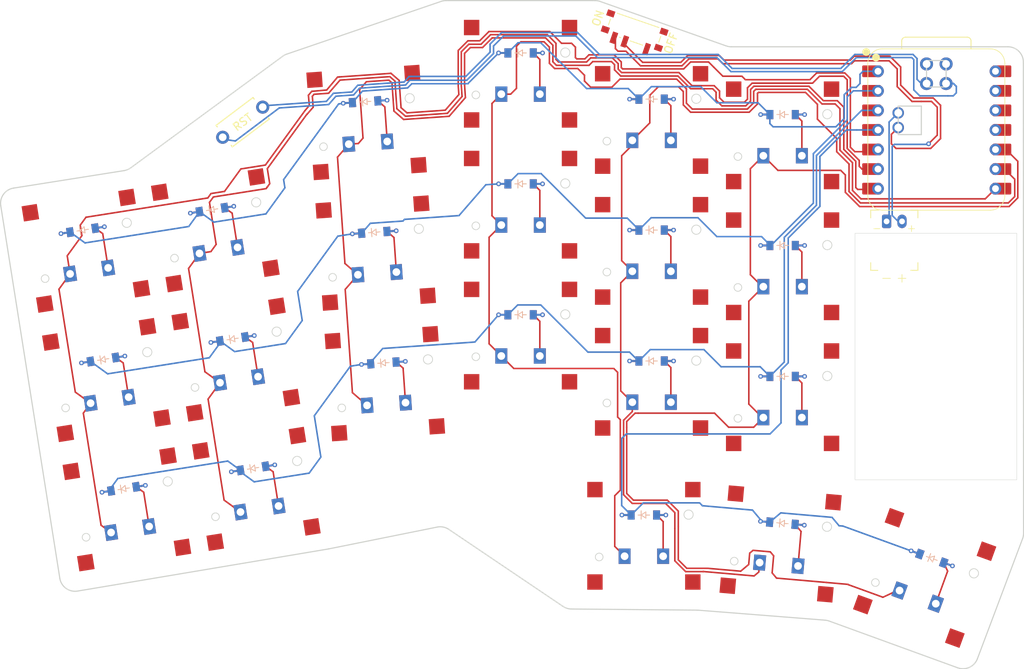
<source format=kicad_pcb>
(kicad_pcb (version 20240108) (generator "pcbnew") (generator_version "8.0")
  (title_block (title "left") (date "2025-07-13") (rev "v1.0.0") (company "Unknown"))
  (layers (0 "F.Cu" signal) (31 "B.Cu" signal) (34 "B.Paste" user) (35 "F.Paste" user) (36 "B.SilkS" user "B.Silkscreen") (37 "F.SilkS" user "F.Silkscreen") (38 "B.Mask" user) (39 "F.Mask" user) (44 "Edge.Cuts" user))
  (net 0 "")
  (net 1 "P4")
  (net 2 "outer_bottom")
  (net 3 "outer_home")
  (net 4 "outer_top")
  (net 5 "P5")
  (net 6 "pinky_bottom")
  (net 7 "pinky_home")
  (net 8 "pinky_top")
  (net 9 "P6")
  (net 10 "ring_bottom")
  (net 11 "ring_home")
  (net 12 "ring_top")
  (net 13 "P7")
  (net 14 "middle_bottom")
  (net 15 "middle_home")
  (net 16 "middle_top")
  (net 17 "P8")
  (net 18 "index_bottom")
  (net 19 "index_home")
  (net 20 "index_top")
  (net 21 "P9")
  (net 22 "inner_bottom")
  (net 23 "inner_home")
  (net 24 "inner_top")
  (net 25 "near_thumb")
  (net 26 "home_thumb")
  (net 27 "far_thumb")
  (net 28 "P2")
  (net 29 "P1")
  (net 30 "P0")
  (net 31 "P3")
  (net 32 "P10")
  (net 33 "VCC33")
  (net 34 "VCC5")
  (net 35 "GND")
  (net 36 "RST")
  (net 37 "RAW")
  (net 38 "DIO")
  (net 39 "CLK")
  (net 40 "BAT_P")
  (footprint "ceoloide:diode_tht_sod123" (layer "F.Cu") (at 186.806957 80.977557)
    (property "Reference" "D16" (hide yes))
    (property "Value" "")
  )
  (footprint "CPG1316S01D02_mikeholscher" (layer "F.Cu") (at 99.07062 81.448821 9)
    (property "Reference" "CPG1316" (hide yes))
    (property "Value" "CPG1316S01D02_mikeholscher" (hide yes))
    (fp_circle (center -5.800006 2.750001) (end -5.299999 2.749997) (stroke (width 0.1)) (fill none) (layer "Edge.Cuts"))
    (fp_circle (center 5.800006 -2.750001) (end 6.400004 -2.749998) (stroke (width 0.1)) (fill none) (layer "Edge.Cuts"))
  )
  (footprint "CPG1316S01D02_mikeholscher" (layer "F.Cu") (at 169.806961 64.677561)
    (property "Reference" "CPG1316" (hide yes))
    (property "Value" "CPG1316S01D02_mikeholscher" (hide yes))
    (fp_circle (center -5.799994 2.750002) (end -5.299995 2.749997) (stroke (width 0.1)) (fill none) (layer "Edge.Cuts"))
    (fp_circle (center 5.799994 -2.750002) (end 6.399999 -2.749998) (stroke (width 0.1)) (fill none) (layer "Edge.Cuts"))
  )
  (footprint "ceoloide:diode_tht_sod123" (layer "F.Cu") (at 186.806963 46.97756)
    (property "Reference" "D18" (hide yes))
    (property "Value" "")
  )
  (footprint "CPG1316S01D02_mikeholscher" (layer "F.Cu") (at 168.806966 101.677555)
    (property "Reference" "CPG1316" (hide yes))
    (property "Value" "CPG1316S01D02_mikeholscher" (hide yes))
    (fp_circle (center -5.799994 2.750002) (end -5.299995 2.749997) (stroke (width 0.1)) (fill none) (layer "Edge.Cuts"))
    (fp_circle (center 5.799994 -2.750002) (end 6.399999 -2.749998) (stroke (width 0.1)) (fill none) (layer "Edge.Cuts"))
  )
  (footprint "CPG1316S01D02_mikeholscher" (layer "F.Cu") (at 152.806964 75.67756)
    (property "Reference" "CPG1316" (hide yes))
    (property "Value" "CPG1316S01D02_mikeholscher" (hide yes))
    (fp_circle (center -5.799994 2.750002) (end -5.299995 2.749997) (stroke (width 0.1)) (fill none) (layer "Edge.Cuts"))
    (fp_circle (center 5.799994 -2.750002) (end 6.399999 -2.749998) (stroke (width 0.1)) (fill none) (layer "Edge.Cuts"))
  )
  (footprint "ceoloide:battery_connector_jst_ph_2" (layer "F.Cu") (at 201.299996 60.849999)
    (property "Reference" "JST1" (hide yes))
    (property "Value" "")
  )
  (footprint "CPG1316S01D02_mikeholscher" (layer "F.Cu") (at 169.806966 47.677561)
    (property "Reference" "CPG1316" (hide yes))
    (property "Value" "CPG1316S01D02_mikeholscher" (hide yes))
    (fp_circle (center -5.799994 2.750002) (end -5.299995 2.749997) (stroke (width 0.1)) (fill none) (layer "Edge.Cuts"))
    (fp_circle (center 5.799994 -2.750002) (end 6.399999 -2.749998) (stroke (width 0.1)) (fill none) (layer "Edge.Cuts"))
  )
  (footprint "ceoloide:diode_tht_sod123" (layer "F.Cu") (at 118.098344 92.913385 9)
    (property "Reference" "D4" (hide yes))
    (property "Value" "")
  )
  (footprint "CPG1316S01D02_mikeholscher" (layer "F.Cu") (at 186.806959 49.677552)
    (property "Reference" "CPG1316" (hide yes))
    (property "Value" "CPG1316S01D02_mikeholscher" (hide yes))
    (fp_circle (center -5.799994 2.750002) (end -5.299995 2.749997) (stroke (width 0.1)) (fill none) (layer "Edge.Cuts"))
    (fp_circle (center 5.799994 -2.750002) (end 6.399999 -2.749998) (stroke (width 0.1)) (fill none) (layer "Edge.Cuts"))
  )
  (footprint "ceoloide:diode_tht_sod123" (layer "F.Cu") (at 132.639526 45.310389 4)
    (property "Reference" "D9" (hide yes))
    (property "Value" "")
  )
  (footprint "ceoloide:diode_tht_sod123" (layer "F.Cu") (at 112.779569 59.33198 9)
    (property "Reference" "D6" (hide yes))
    (property "Value" "")
  )
  (footprint "CPG1316S01D02_mikeholscher" (layer "F.Cu") (at 205.238965 107.147266 -20)
    (property "Reference" "CPG1316" (hide yes))
    (property "Value" "CPG1316S01D02_mikeholscher" (hide yes))
    (fp_circle (center -5.800001 2.749999) (end -5.300003 2.750003) (stroke (width 0.1)) (fill none) (layer "Edge.Cuts"))
    (fp_circle (center 5.800001 -2.749999) (end 6.399994 -2.75) (stroke (width 0.1)) (fill none) (layer "Edge.Cuts"))
  )
  (footprint "ceoloide:diode_tht_sod123" (layer "F.Cu") (at 186.781971 100.046164 -5)
    (property "Reference" "D20" (hide yes))
    (property "Value" "")
  )
  (footprint "ceoloide:diode_tht_sod123" (layer "F.Cu") (at 169.806957 61.977553)
    (property "Reference" "D14" (hide yes))
    (property "Value" "")
  )
  (footprint "CPG1316S01D02_mikeholscher" (layer "F.Cu") (at 134.013729 64.962407 4)
    (property "Reference" "CPG1316" (hide yes))
    (property "Value" "CPG1316S01D02_mikeholscher" (hide yes))
    (fp_circle (center -5.800007 2.749997) (end -5.3 2.75) (stroke (width 0.1)) (fill none) (layer "Edge.Cuts"))
    (fp_circle (center 5.800007 -2.749997) (end 6.399996 -2.749999) (stroke (width 0.1)) (fill none) (layer "Edge.Cuts"))
  )
  (footprint "ceoloide:diode_tht_sod123" (layer "F.Cu") (at 169.80696 44.977555)
    (property "Reference" "D15" (hide yes))
    (property "Value" "")
  )
  (footprint "CPG1316S01D02_mikeholscher" (layer "F.Cu") (at 101.730015 98.23953 9)
    (property "Reference" "CPG1316" (hide yes))
    (property "Value" "CPG1316S01D02_mikeholscher" (hide yes))
    (fp_circle (center -5.800006 2.750001) (end -5.299999 2.749997) (stroke (width 0.1)) (fill none) (layer "Edge.Cuts"))
    (fp_circle (center 5.800006 -2.750001) (end 6.400004 -2.749998) (stroke (width 0.1)) (fill none) (layer "Edge.Cuts"))
  )
  (footprint "CPG1316S01D02_mikeholscher" (layer "F.Cu") (at 135.199589 81.920991 4)
    (property "Reference" "CPG1316" (hide yes))
    (property "Value" "CPG1316S01D02_mikeholscher" (hide yes))
    (fp_circle (center -5.800007 2.749997) (end -5.3 2.75) (stroke (width 0.1)) (fill none) (layer "Edge.Cuts"))
    (fp_circle (center 5.800007 -2.749997) (end 6.399996 -2.749999) (stroke (width 0.1)) (fill none) (layer "Edge.Cuts"))
  )
  (footprint "CPG1316S01D02_mikeholscher" (layer "F.Cu") (at 186.806964 66.677557)
    (property "Reference" "CPG1316" (hide yes))
    (property "Value" "CPG1316S01D02_mikeholscher" (hide yes))
    (fp_circle (center -5.799994 2.750002) (end -5.299995 2.749997) (stroke (width 0.1)) (fill none) (layer "Edge.Cuts"))
    (fp_circle (center 5.799994 -2.750002) (end 6.399999 -2.749998) (stroke (width 0.1)) (fill none) (layer "Edge.Cuts"))
  )
  (footprint "ceoloide:diode_tht_sod123" (layer "F.Cu") (at 168.806964 98.977557)
    (property "Reference" "D19" (hide yes))
    (property "Value" "")
  )
  (footprint "ceoloide:diode_tht_sod123" (layer "F.Cu") (at 152.806965 55.977561)
    (property "Reference" "D11" (hide yes))
    (property "Value" "")
  )
  (footprint "CPG1316S01D02_mikeholscher" (layer "F.Cu") (at 152.806958 58.677556)
    (property "Reference" "CPG1316" (hide yes))
    (property "Value" "CPG1316S01D02_mikeholscher" (hide yes))
    (fp_circle (center -5.799994 2.750002) (end -5.299995 2.749997) (stroke (width 0.1)) (fill none) (layer "Edge.Cuts"))
    (fp_circle (center 5.799994 -2.750002) (end 6.399999 -2.749998) (stroke (width 0.1)) (fill none) (layer "Edge.Cuts"))
  )
  (footprint "ceoloide:diode_tht_sod123" (layer "F.Cu") (at 152.806955 72.977557)
    (property "Reference" "D10" (hide yes))
    (property "Value" "")
  )
  (footprint "CPG1316S01D02_mikeholscher" (layer "F.Cu") (at 118.520712 95.580141 9)
    (property "Reference" "CPG1316" (hide yes))
    (property "Value" "CPG1316S01D02_mikeholscher" (hide yes))
    (fp_circle (center -5.800006 2.750001) (end -5.299999 2.749997) (stroke (width 0.1)) (fill none) (layer "Edge.Cuts"))
    (fp_circle (center 5.800006 -2.750001) (end 6.400004 -2.749998) (stroke (width 0.1)) (fill none) (layer "Edge.Cuts"))
  )
  (footprint "ceoloide:diode_tht_sod123" (layer "F.Cu") (at 133.825385 62.268977 4)
    (property "Reference" "D8" (hide yes))
    (property "Value" "")
  )
  (footprint "XIAO-nRF52840-SMD" (layer "F.Cu") (at 206.806961 48.977563)
    (property "Reference" "REF**" (hide yes))
    (property "Value" "XIAO-nRF52840-SMD")
    (fp_line (start -5.000004 0.6) (end -5.000003 0.136503) (stroke (width 0.15)) (layer "Edge.Cuts"))
    (fp_line (start -4.999999 -2.668502) (end -4.999998 -3.100004) (stroke (width 0.15)) (layer "Edge.Cuts"))
    (fp_line (start -4.999998 -3.100004) (end -1.999996 -3.1) (stroke (width 0.15)) (layer "Edge.Cuts"))
    (fp_line (start -4.999997 -0.763502) (end -5 -1.768498) (stroke (width 0.15)) (layer "Edge.Cuts"))
    (fp_line (start -2.000001 0.600001) (end -5.000004 0.6) (stroke (width 0.15)) (layer "Edge.Cuts"))
    (fp_line (start -1.999996 -3.1) (end -2.000001 0.600001) (stroke (width 0.15)) (layer "Edge.Cuts"))
    (fp_line (start -1.325001 -6.478502) (end -1.324997 -8.118502) (stroke (width 0.15)) (layer "Edge.Cuts"))
    (fp_line (start -1.325 -9.018499) (end 1.215 -9.018499) (stroke (width 0.15)) (layer "Edge.Cuts"))
    (fp_line (start 1.214998 -5.578504) (end -1.324997 -5.5785) (stroke (width 0.15)) (layer "Edge.Cuts"))
    (fp_line (start 1.215002 -8.118497) (end 1.214999 -6.478503) (stroke (width 0.15)) (layer "Edge.Cuts"))
    (fp_arc (start -4.999999 -2.668502) (mid -4.549997 -2.2185) (end -5 -1.768498) (stroke (width 0.15)) (layer "Edge.Cuts"))
    (fp_arc (start -4.999997 -0.763502) (mid -4.550004 -0.313497) (end -5.000003 0.136503) (stroke (width 0.15)) (layer "Edge.Cuts"))
    (fp_arc (start -1.325001 -6.478502) (mid -0.874999 -6.028503) (end -1.324997 -5.5785) (stroke (width 0.15)) (layer "Edge.Cuts"))
    (fp_arc (start -1.325 -9.018499) (mid -0.874997 -8.568503) (end -1.324997 -8.118502) (stroke (width 0.15)) (layer "Edge.Cuts"))
    (fp_arc (start 1.214998 -5.578504) (mid 0.764995 -6.028505) (end 1.214999 -6.478503) (stroke (width 0.15)) (layer "Edge.Cuts"))
    (fp_arc (start 1.215002 -8.118497) (mid 0.765 -8.568497) (end 1.215 -9.018499) (stroke (width 0.15)) (layer "Edge.Cuts"))
  )
  (footprint "ceoloide:diode_tht_sod123" (layer "F.Cu") (at 95.988862 61.991367 9)
    (property "Reference" "D3" (hide yes))
    (property "Value" "")
  )
  (footprint "CPG1316S01D02_mikeholscher" (layer "F.Cu") (at 169.806955 81.67756)
    (property "Reference" "CPG1316" (hide yes))
    (property "Value" "CPG1316S01D02_mikeholscher" (hide yes))
    (fp_circle (center -5.799994 2.750002) (end -5.299995 2.749997) (stroke (width 0.1)) (fill none) (layer "Edge.Cuts"))
    (fp_circle (center 5.799994 -2.750002) (end 6.399999 -2.749998) (stroke (width 0.1)) (fill none) (layer "Edge.Cuts"))
  )
  (footprint "CPG1316S01D02_mikeholscher" (layer "F.Cu") (at 186.546644 102.735883 -5)
    (property "Reference" "CPG1316" (hide yes))
    (property "Value" "CPG1316S01D02_mikeholscher" (hide yes))
    (fp_circle (center -5.8 2.750004) (end -5.299999 2.750003) (stroke (width 0.1)) (fill none) (layer "Edge.Cuts"))
    (fp_circle (center 5.8 -2.750004) (end 6.399995 -2.749999) (stroke (width 0.1)) (fill none) (layer "Edge.Cuts"))
  )
  (footprint "CPG1316S01D02_mikeholscher" (layer "F.Cu") (at 152.806959 41.677558)
    (property "Reference" "CPG1316" (hide yes))
    (property "Value" "CPG1316S01D02_mikeholscher" (hide yes))
    (fp_circle (center -5.799994 2.750002) (end -5.299995 2.749997) (stroke (width 0.1)) (fill none) (layer "Edge.Cuts"))
    (fp_circle (center 5.799994 -2.750002) (end 6.399999 -2.749998) (stroke (width 0.1)) (fill none) (layer "Edge.Cuts"))
  )
  (footprint "ceoloide:diode_tht_sod123" (layer "F.Cu") (at 115.438955 76.122679 9)
    (property "Reference" "D5" (hide yes))
    (property "Value" "")
  )
  (footprint "CPG1316S01D02_mikeholscher" (layer "F.Cu") (at 132.827872 48.00382 4)
    (property "Reference" "CPG1316" (hide yes))
    (property "Value" "CPG1316S01D02_mikeholscher" (hide yes))
    (fp_circle (center -5.800007 2.749997) (end -5.3 2.75) (stroke (width 0.1)) (fill none) (layer "Edge.Cuts"))
    (fp_circle (center 5.800007 -2.749997) (end 6.399996 -2.749999) (stroke (width 0.1)) (fill none) (layer "Edge.Cuts"))
  )
  (footprint "ceoloide:power_switch_smd_side" (layer "F.Cu") (at 167.6 36.1 71)
    (property "Reference" "PWR1" (hide yes))
    (property "Value" "")
  )
  (footprint "ceoloide:diode_tht_sod123" (layer "F.Cu") (at 169.806958 78.977558)
    (property "Reference" "D13" (hide yes))
    (property "Value" "")
  )
  (footprint "CPG1316S01D02_mikeholscher" (layer "F.Cu") (at 113.201934 61.998742 9)
    (property "Reference" "CPG1316" (hide yes))
    (property "Value" "CPG1316S01D02_mikeholscher" (hide yes))
    (fp_circle (center -5.800006 2.750001) (end -5.299999 2.749997) (stroke (width 0.1)) (fill none) (layer "Edge.Cuts"))
    (fp_circle (center 5.800006 -2.750001) (end 6.400004 -2.749998) (stroke (width 0.1)) (fill none) (layer "Edge.Cuts"))
  )
  (footprint "CPG1316S01D02_mikeholscher" (layer "F.Cu") (at 96.41124 64.658121 9)
    (property "Reference" "CPG1316" (hide yes))
    (property "Value" "CPG1316S01D02_mikeholscher" (hide yes))
    (fp_circle (center -5.800006 2.750001) (end -5.299999 2.749997) (stroke (width 0.1)) (fill none) (layer "Edge.Cuts"))
    (fp_circle (center 5.800006 -2.750001) (end 6.400004 -2.749998) (stroke (width 0.1)) (fill none) (layer "Edge.Cuts"))
  )
  (footprint "ceoloide:reset_switch_tht_top" (layer "F.Cu") (at 116.751187 47.970815 37)
    (property "Reference" "RST1" (hide yes))
    (property "Value" "")
  )
  (footprint "ceoloide:diode_tht_sod123" (layer "F.Cu") (at 98.648251 78.782064 9)
    (property "Reference" "D2" (hide yes))
    (property "Value" "")
  )
  (footprint "ceoloide:diode_tht_sod123" (layer "F.Cu") (at 206.162426 104.61009 -20)
    (property "Reference" "D21" (hide yes))
    (property "Value" "")
  )
  (footprint "ceoloide:diode_tht_sod123" (layer "F.Cu") (at 186.806962 63.977553)
    (property "Reference" "D17" (hide yes))
    (property "Value" "")
  )
  (footprint "ceoloide:diode_tht_sod123" (layer "F.Cu") (at 135.011245 79.227573 4)
    (property "Reference" "D7" (hide yes))
    (property "Value" "")
  )
  (footprint "ceoloide:diode_tht_sod123" (layer "F.Cu") (at 101.307633 95.572769 9)
    (property "Reference" "D1" (hide yes))
    (property "Value" "")
  )
  (footprint "CPG1316S01D02_mikeholscher" (layer "F.Cu") (at 115.861321 78.789436 9)
    (property "Reference" "CPG1316" (hide yes))
    (property "Value" "CPG1316S01D02_mikeholscher" (hide yes))
    (fp_circle (center -5.800006 2.750001) (end -5.299999 2.749997) (stroke (width 0.1)) (fill none) (layer "Edge.Cuts"))
    (fp_circle (center 5.800006 -2.750001) (end 6.400004 -2.749998) (stroke (width 0.1)) (fill none) (layer "Edge.Cuts"))
  )
  (footprint "ceoloide:diode_tht_sod123" (layer "F.Cu") (at 152.806967 38.977562)
    (property "Reference" "D12" (hide yes))
    (property "Value" "")
  )
  (footprint "CPG1316S01D02_mikeholscher" (layer "F.Cu") (at 186.806961 83.677554)
    (property "Reference" "CPG1316" (hide yes))
    (property "Value" "CPG1316S01D02_mikeholscher" (hide yes))
    (fp_circle (center -5.799994 2.750002) (end -5.299995 2.749997) (stroke (width 0.1)) (fill none) (layer "Edge.Cuts"))
    (fp_circle (center 5.799994 -2.750002) (end 6.399999 -2.749998) (stroke (width 0.1)) (fill none) (layer "Edge.Cuts"))
  )
  (gr_line (start 122.47984 39.1253) (end 142.492469 32.285054) (stroke (width 0.15)) (layer "Edge.Cuts"))
  (gr_arc (start 121.942331 39.406195) (mid 122.200377 39.245256) (end 122.47984 39.1253) (stroke (width 0.15)) (layer "Edge.Cuts"))
  (gr_arc (start 102.230489 53.89229) (mid 101.816518 54.126342) (end 101.358995 54.256061) (stroke (width 0.15)) (layer "Edge.Cuts"))
  (gr_line (start 180.149545 38.177559) (end 216.047784 38.177565) (stroke (width 0.15)) (layer "Edge.Cuts"))
  (gr_arc (start 141.986694 100.542752) (mid 142.774 100.542273) (end 143.500495 100.84569) (stroke (width 0.15)) (layer "Edge.Cuts"))
  (gr_line (start 102.230489 53.89229) (end 121.942331 39.406195) (stroke (width 0.15)) (layer "Edge.Cuts"))
  (gr_arc (start 162.464378 32.177558) (mid 162.802043 32.206274) (end 163.130018 32.291574) (stroke (width 0.15)) (layer "Edge.Cuts"))
  (gr_arc (start 95.330185 108.852422) (mid 93.83084 108.503592) (end 93.02344 107.192937) (stroke (width 0.15)) (layer "Edge.Cuts"))
  (gr_arc (start 216.047784 38.177565) (mid 217.461699 38.763064) (end 218.047786 40.176734) (stroke (width 0.15)) (layer "Edge.Cuts"))
  (gr_arc (start 212.083118 117.642061) (mid 211.046726 118.7553) (end 209.526999 118.817673) (stroke (width 0.15)) (layer "Edge.Cuts"))
  (gr_arc (start 192.32156 112.632773) (mid 192.588942 112.672147) (end 192.848574 112.747212) (stroke (width 0.15)) (layer "Edge.Cuts"))
  (gr_line (start 163.130018 32.291574) (end 179.483912 38.063535) (stroke (width 0.15)) (layer "Edge.Cuts"))
  (gr_arc (start 180.149545 38.177559) (mid 179.81188 38.148849) (end 179.483912 38.063535) (stroke (width 0.15)) (layer "Edge.Cuts"))
  (gr_line (start 127.847103 103.389288) (end 95.330185 108.852422) (stroke (width 0.15)) (layer "Edge.Cuts"))
  (gr_line (start 87.023606 56.526558) (end 101.358995 54.256061) (stroke (width 0.15)) (layer "Edge.Cuts"))
  (gr_line (start 192.32156 112.632773) (end 175.826246 111.333652) (stroke (width 0.15)) (layer "Edge.Cuts"))
  (gr_line (start 217.944957 102.049452) (end 212.083118 117.642061) (stroke (width 0.15)) (layer "Edge.Cuts"))
  (gr_arc (start 85.361098 58.814806) (mid 85.718458 57.326388) (end 87.023606 56.526558) (stroke (width 0.15)) (layer "Edge.Cuts"))
  (gr_arc (start 127.910576 103.377566) (mid 127.878887 103.383683) (end 127.847103 103.389288) (stroke (width 0.15)) (layer "Edge.Cuts"))
  (gr_arc (start 175.686995 111.327558) (mid 175.756674 111.329391) (end 175.826246 111.333652) (stroke (width 0.15)) (layer "Edge.Cuts"))
  (gr_arc (start 142.492469 32.285054) (mid 142.811461 32.204621) (end 143.139324 32.177559) (stroke (width 0.15)) (layer "Edge.Cuts"))
  (gr_line (start 143.139324 32.177559) (end 162.464378 32.177558) (stroke (width 0.15)) (layer "Edge.Cuts"))
  (gr_arc (start 218.072877 101.344851) (mid 218.040705 101.702922) (end 217.944957 102.049452) (stroke (width 0.15)) (layer "Edge.Cuts"))
  (gr_line (start 209.526999 118.817673) (end 192.848574 112.747212) (stroke (width 0.15)) (layer "Edge.Cuts"))
  (gr_line (start 218.047786 40.176734) (end 218.072877 101.344851) (stroke (width 0.15)) (layer "Edge.Cuts"))
  (gr_line (start 93.02344 107.192937) (end 85.361098 58.814806) (stroke (width 0.15)) (layer "Edge.Cuts"))
  (gr_arc (start 159.409066 111.182913) (mid 158.833282 111.092878) (end 158.307894 110.840682) (stroke (width 0.15)) (layer "Edge.Cuts"))
  (gr_rect (start 196.2 62.4) (end 217.2 94.4) (stroke (width 0.05)) (fill none) (layer "Edge.Cuts"))
  (gr_line (start 158.307894 110.840682) (end 143.500495 100.84569) (stroke (width 0.15)) (layer "Edge.Cuts"))
  (gr_line (start 141.986694 100.542752) (end 127.910576 103.377566) (stroke (width 0.15)) (layer "Edge.Cuts"))
  (gr_line (start 175.686995 111.327558) (end 159.409066 111.182913) (stroke (width 0.15)) (layer "Edge.Cuts"))
  (gr_text "-" (at 198.35 62.3 0) (layer "F.SilkS") (effects (font (size 1 1) (thickness 0.1)) (justify left bottom)))
  (gr_text "+" (at 202.85 62.3 0) (layer "F.SilkS") (effects (font (size 1 1) (thickness 0.1)) (justify left bottom)))
  (segment (start 112.224506 57.805903) (end 112.640132 57.233843) (width 0.2) (layer "F.Cu") (net 1))
  (segment (start 135.95985 41.625648) (end 135.993097 41.623322) (width 0.2) (layer "F.Cu") (net 1))
  (segment (start 165.875001 40.875) (end 166.05 41.050001) (width 0.2) (layer "F.Cu") (net 1))
  (segment (start 99.675344 101.247985) (end 98.377335 100.304928) (width 0.2) (layer "F.Cu") (net 1))
  (segment (start 190.35 42.449999) (end 191.224997 41.575) (width 0.2) (layer "F.Cu") (net 1))
  (segment (start 195.575001 42.274999) (end 195.6 42.299998) (width 0.2) (layer "F.Cu") (net 1))
  (segment (start 98.377335 100.304928) (end 96.072898 85.755284) (width 0.2) (layer "F.Cu") (net 1))
  (segment (start 127.652392 43.790996) (end 129.061402 42.111805) (width 0.2) (layer "F.Cu") (net 1))
  (segment (start 112.640132 57.233843) (end 114.393282 56.956177) (width 0.2) (layer "F.Cu") (net 1))
  (segment (start 138.072971 46.757417) (end 143.035851 46.410376) (width 0.2) (layer "F.Cu") (net 1))
  (segment (start 160.100001 39.750005) (end 161.149999 39.749999) (width 0.2) (layer "F.Cu") (net 1))
  (segment (start 145.974997 37.4) (end 147.499998 37.400001) (width 0.2) (layer "F.Cu") (net 1))
  (segment (start 114.393282 56.956177) (end 116.512981 54.03866) (width 0.2) (layer "F.Cu") (net 1))
  (segment (start 177.875002 40.825005) (end 179.05 42.000003) (width 0.2) (layer "F.Cu") (net 1))
  (segment (start 191.224997 41.575) (end 194.875 41.574993) (width 0.2) (layer "F.Cu") (net 1))
  (segment (start 158.125005 37.725) (end 159.424999 37.725001) (width 0.2) (layer "F.Cu") (net 1))
  (segment (start 147.499998 37.400001) (end 148.699999 36.2) (width 0.2) (layer "F.Cu") (net 1))
  (segment (start 156.599998 36.199998) (end 158.125005 37.725) (width 0.2) (layer "F.Cu") (net 1))
  (segment (start 95.88846 62.696637) (end 95.673363 61.338568) (width 0.2) (layer "F.Cu") (net 1))
  (segment (start 179.05 42.000003) (end 181.525002 42.000001) (width 0.2) (layer "F.Cu") (net 1))
  (segment (start 177.200002 40.15) (end 177.875002 40.824999) (width 0.2) (layer "F.Cu") (net 1))
  (segment (start 195.6 42.299998) (end 195.6 51.218628) (width 0.2) (layer "F.Cu") (net 1))
  (segment (start 95.03148 83.015473) (end 92.91476 69.65106) (width 0.2) (layer "F.Cu") (net 1))
  (segment (start 93.984472 65.317255) (end 95.88846 62.696637) (width 0.2) (layer "F.Cu") (net 1))
  (segment (start 137.299164 46.084758) (end 138.072971 46.757417) (width 0.2) (layer "F.Cu") (net 1))
  (segment (start 195.6 51.218628) (end 196.181372 51.8) (width 0.2) (layer "F.Cu") (net 1))
  (segment (start 125.393845 45.799442) (end 125.278018 44.475545) (width 0.2) (layer "F.Cu") (net 1))
  (segment (start 96.072898 85.755284) (end 97.015955 84.457283) (width 0.2) (layer "F.Cu") (net 1))
  (segment (start 94.356569 67.666587) (end 93.984472 65.317255) (width 0.2) (layer "F.Cu") (net 1))
  (segment (start 174.875 40.150001) (end 177.200002 40.15) (width 0.2) (layer "F.Cu") (net 1))
  (segment (start 137.051527 42.543402) (end 137.299164 46.084758) (width 0.2) (layer "F.Cu") (net 1))
  (segment (start 159.925001 38.224997) (end 159.925 39.575002) (width 0.2) (layer "F.Cu") (net 1))
  (segment (start 161.149999 39.749999) (end 161.674996 39.224998) (width 0.2) (layer "F.Cu") (net 1))
  (segment (start 124.827493 46.474386) (end 125.393845 45.799442) (width 0.2) (layer "F.Cu") (net 1))
  (segment (start 95.673363 61.338568) (end 96.421491 60.308858) (width 0.2) (layer "F.Cu") (net 1))
  (segment (start 165.874997 40.15) (end 165.875001 40.875) (width 0.2) (layer "F.Cu") (net 1))
  (segment (start 164.949999 39.224998) (end 165.874997 40.15) (width 0.2) (layer "F.Cu") (net 1))
  (segment (start 194.875 41.574993) (end 195.575001 42.274999) (width 0.2) (layer "F.Cu") (net 1))
  (segment (start 129.276173 42.093016) (end 135.95985 41.625648) (width 0.2) (layer "F.Cu") (net 1))
  (segment (start 144.718467 43.23527) (end 144.718466 38.656532) (width 0.2) (layer "F.Cu") (net 1))
  (segment (start 181.525002 42.000001) (end 181.974998 42.450001) (width 0.2) (layer "F.Cu") (net 1))
  (segment (start 181.974998 42.450001) (end 190.35 42.449999) (width 0.2) (layer "F.Cu") (net 1))
  (segment (start 96.421491 60.308858) (end 112.224506 57.805903) (width 0.2) (layer "F.Cu") (net 1))
  (segment (start 173.975002 41.050001) (end 174.875 40.150001) (width 0.2) (layer "F.Cu") (net 1))
  (segment (start 116.512981 54.03866) (end 119.698272 53.534159) (width 0.2) (layer "F.Cu") (net 1))
  (segment (start 196.181372 51.8) (end 198.069525 51.8) (width 0.2) (layer "F.Cu") (net 1))
  (segment (start 198.069525 51.8) (end 198.351963 51.517562) (width 0.2) (layer "F.Cu") (net 1))
  (segment (start 119.698272 53.534159) (end 124.827493 46.474386) (width 0.2) (layer "F.Cu") (net 1))
  (segment (start 125.278018 44.475545) (end 125.709814 43.960953) (width 0.2) (layer "F.Cu") (net 1))
  (segment (start 177.875002 40.824999) (end 177.875002 40.825005) (width 0.2) (layer "F.Cu") (net 1))
  (segment (start 148.699999 36.2) (end 156.599998 36.199998) (width 0.2) (layer "F.Cu") (net 1))
  (segment (start 129.061402 42.111805) (end 129.276173 42.093016) (width 0.2) (layer "F.Cu") (net 1))
  (segment (start 159.424999 37.725001) (end 159.925001 38.224997) (width 0.2) (layer "F.Cu") (net 1))
  (segment (start 143.035851 46.410376) (end 144.798686 44.382464) (width 0.2) (layer "F.Cu") (net 1))
  (segment (start 125.709814 43.960953) (end 127.652392 43.790996) (width 0.2) (layer "F.Cu") (net 1))
  (segment (start 144.798686 44.382464) (end 144.718467 43.23527) (width 0.2) (layer "F.Cu") (net 1))
  (segment (start 144.718466 38.656532) (end 145.974997 37.4) (width 0.2) (layer "F.Cu") (net 1))
  (segment (start 197.692562 51.517558) (end 198.351958 51.517558) (width 0.2) (layer "F.Cu") (net 1))
  (segment (start 166.05 41.050001) (end 173.975002 41.050001) (width 0.2) (layer "F.Cu") (net 1))
  (segment (start 159.925 39.575002) (end 160.100001 39.750005) (width 0.2) (layer "F.Cu") (net 1))
  (segment (start 97.015955 84.457283) (end 95.03148 83.015473) (width 0.2) (layer "F.Cu") (net 1))
  (segment (start 135.993097 41.623322) (end 137.051527 42.543402) (width 0.2) (layer "F.Cu") (net 1))
  (segment (start 161.674996 39.224998) (end 164.949999 39.224998) (width 0.2) (layer "F.Cu") (net 1))
  (segment (start 92.91476 69.65106) (end 94.356569 67.666587) (width 0.2) (layer "F.Cu") (net 1))
  (segment (start 103.909828 96.021223) (end 102.937317 95.314655) (width 0.2) (layer "F.Cu") (net 2))
  (segment (start 102.937318 95.314652) (end 104.122548 95.126933) (width 0.25) (layer "F.Cu") (net 2))
  (segment (start 104.613784 100.465812) (end 103.909828 96.021223) (width 0.2) (layer "F.Cu") (net 2))
  (via (at 104.122548 95.126933) (size 0.6) (drill 0.3) (layers "F.Cu" "B.Cu") (net 2))
  (segment (start 104.122548 95.126933) (end 102.937318 95.314652) (width 0.25) (layer "B.Cu") (net 2))
  (segment (start 100.277935 78.523942) (end 101.463162 78.336231) (width 0.25) (layer "F.Cu") (net 3))
  (segment (start 101.954391 83.67511) (end 101.25044 79.230512) (width 0.2) (layer "F.Cu") (net 3))
  (segment (start 101.25044 79.230512) (end 100.277934 78.523946) (width 0.2) (layer "F.Cu") (net 3))
  (via (at 101.463162 78.336231) (size 0.6) (drill 0.3) (layers "F.Cu" "B.Cu") (net 3))
  (segment (start 101.463162 78.336231) (end 100.277935 78.523942) (width 0.25) (layer "B.Cu") (net 3))
  (segment (start 97.618548 61.733248) (end 98.803778 61.545526) (width 0.25) (layer "F.Cu") (net 4))
  (segment (start 98.591053 62.439818) (end 97.618547 61.733247) (width 0.2) (layer "F.Cu") (net 4))
  (segment (start 99.29501 66.884408) (end 98.591053 62.439818) (width 0.2) (layer "F.Cu") (net 4))
  (via (at 98.803778 61.545526) (size 0.6) (drill 0.3) (layers "F.Cu" "B.Cu") (net 4))
  (segment (start 98.803778 61.545526) (end 97.618548 61.733248) (width 0.25) (layer "B.Cu") (net 4))
  (segment (start 146.095344 37.84534) (end 146.100001 37.85) (width 0.2) (layer "F.Cu") (net 5))
  (segment (start 146.100001 37.85) (end 147.674998 37.850002) (width 0.2) (layer "F.Cu") (net 5))
  (segment (start 145.120978 43.257246) (end 145.120977 38.819709) (width 0.2) (layer "F.Cu") (net 5))
  (segment (start 125.892579 46.030306) (end 125.890836 46.005365) (width 0.2) (layer "F.Cu") (net 5))
  (segment (start 182.249998 43.499999) (end 182.849998 42.899997) (width 0.2) (layer "F.Cu") (net 5))
  (segment (start 198.351964 54.057568) (end 197.107568 54.057568) (width 0.2) (layer "F.Cu") (net 5))
  (segment (start 177.924999 43.225002) (end 178.625005 43.925002) (width 0.2) (layer "F.Cu") (net 5))
  (segment (start 136.75748 46.222877) (end 137.878162 47.197076) (width 0.2) (layer "F.Cu") (net 5))
  (segment (start 179.199999 45.375002) (end 181.850004 45.374998) (width 0.2) (layer "F.Cu") (net 5))
  (segment (start 157.725002 40.149997) (end 161.375004 40.15) (width 0.2) (layer "F.Cu") (net 5))
  (segment (start 119.884229 56.466169) (end 119.967352 56.351753) (width 0.2) (layer "F.Cu") (net 5))
  (segment (start 195.187499 51.371813) (end 196.75 52.934314) (width 0.2) (layer "F.Cu") (net 5))
  (segment (start 125.792708 44.602078) (end 126.024951 44.33491) (width 0.2) (layer "F.Cu") (net 5))
  (segment (start 190.700002 42.900002) (end 191.600002 42.000004) (width 0.2) (layer "F.Cu") (net 5))
  (segment (start 195.187499 42.462501) (end 195.187499 51.371813) (width 0.2) (layer "F.Cu") (net 5))
  (segment (start 114.338547 97.042884) (end 112.260942 83.925392) (width 0.2) (layer "F.Cu") (net 5))
  (segment (start 125.072761 46.948832) (end 125.095499 46.94724) (width 0.2) (layer "F.Cu") (net 5))
  (segment (start 175.050004 43.225001) (end 177.924999 43.225002) (width 0.2) (layer "F.Cu") (net 5))
  (segment (start 112.441829 58.378969) (end 112.950972 57.678196) (width 0.2) (layer "F.Cu") (net 5))
  (segment (start 126.024951 44.33491) (end 126.032462 44.341434) (width 0.2) (layer "F.Cu") (net 5))
  (segment (start 182.250003 44.974999) (end 182.249998 43.499999) (width 0.2) (layer "F.Cu") (net 5))
  (segment (start 196.75 52.934314) (end 196.75 53.7) (width 0.2) (layer "F.Cu") (net 5))
  (segment (start 173.350001 41.525003) (end 175.050004 43.225001) (width 0.2) (layer "F.Cu") (net 5))
  (segment (start 127.895562 44.211151) (end 127.918758 44.18447) (width 0.2) (layer "F.Cu") (net 5))
  (segment (start 181.850004 45.374998) (end 182.250003 44.974999) (width 0.2) (layer "F.Cu") (net 5))
  (segment (start 135.839284 42.051768) (end 136.506358 42.631648) (width 0.2) (layer "F.Cu") (net 5))
  (segment (start 127.918758 44.18447) (end 129.380051 42.503439) (width 0.2) (layer "F.Cu") (net 5))
  (segment (start 194.724999 42) (end 195.187499 42.462501) (width 0.2) (layer "F.Cu") (net 5))
  (segment (start 112.950972 57.678196) (end 119.790706 56.594877) (width 0.2) (layer "F.Cu") (net 5))
  (segment (start 116.466047 98.588596) (end 114.338547 97.042884) (width 0.2) (layer "F.Cu") (net 5))
  (segment (start 109.726248 66.963073) (end 111.147272 65.007194) (width 0.2) (layer "F.Cu") (net 5))
  (segment (start 129.380051 42.503439) (end 135.839284 42.051768) (width 0.2) (layer "F.Cu") (net 5))
  (segment (start 112.625232 64.773113) (end 113.306126 63.835942) (width 0.2) (layer "F.Cu") (net 5))
  (segment (start 145.216894 44.628895) (end 145.120978 43.257246) (width 0.2) (layer "F.Cu") (net 5))
  (segment (start 191.600002 42.000004) (end 194.724999 42) (width 0.2) (layer "F.Cu") (net 5))
  (segment (start 125.890836 46.005365) (end 125.792708 44.602078) (width 0.2) (layer "F.Cu") (net 5))
  (segment (start 156.274999 36.599999) (end 157.400004 37.724999) (width 0.2) (layer "F.Cu") (net 5))
  (segment (start 178.625002 44.800003) (end 179.199999 45.375002) (width 0.2) (layer "F.Cu") (net 5))
  (segment (start 119.790706 56.594877) (end 119.967352 56.351753) (width 0.2) (layer "F.Cu") (net 5))
  (segment (start 137.878162 47.197076) (end 143.314892 46.816899) (width 0.2) (layer "F.Cu") (net 5))
  (segment (start 147.674998 37.850002) (end 148.925002 36.6) (width 0.2) (layer "F.Cu") (net 5))
  (segment (start 113.806653 81.7979) (end 111.85079 80.376881) (width 0.2) (layer "F.Cu") (net 5))
  (segment (start 178.625005 43.925002) (end 178.625002 44.800003) (width 0.2) (layer "F.Cu") (net 5))
  (segment (start 143.314892 46.816899) (end 145.216894 44.628895) (width 0.2) (layer "F.Cu") (net 5))
  (segment (start 165.475001 41.084312) (end 165.915691 41.524998) (width 0.2) (layer "F.Cu") (net 5))
  (segment (start 161.899997 39.625001) (end 164.725 39.625) (width 0.2) (layer "F.Cu") (net 5))
  (segment (start 120.258297 55.951313) (end 119.949336 54.000625) (width 0.2) (layer "F.Cu") (net 5))
  (segment (start 157.400004 37.724999) (end 157.4 39.824999) (width 0.2) (layer "F.Cu") (net 5))
  (segment (start 148.925002 36.6) (end 156.274999 36.599999) (width 0.2) (layer "F.Cu") (net 5))
  (segment (start 113.306126 63.835942) (end 112.441829 58.378969) (width 0.2) (layer "F.Cu") (net 5))
  (segment (start 119.967352 56.351753) (end 120.258297 55.951313) (width 0.2) (layer "F.Cu") (net 5))
  (segment (start 111.147271 65.007199) (end 112.625232 64.773113) (width 0.2) (layer "F.Cu") (net 5))
  (segment (start 165.915691 41.524998) (end 173.350001 41.525003) (width 0.2) (layer "F.Cu") (net 5))
  (segment (start 136.506358 42.631648) (end 136.75748 46.222877) (width 0.2) (layer "F.Cu") (net 5))
  (segment (start 161.375004 40.15) (end 161.899997 39.625001) (width 0.2) (layer "F.Cu") (net 5))
  (segment (start 164.725 39.625) (end 165.475001 40.375) (width 0.2) (layer "F.Cu") (net 5))
  (segment (start 126.032462 44.341434) (end 127.895562 44.211151) (width 0.2) (layer "F.Cu") (net 5))
  (segment (start 182.849998 42.899997) (end 190.700002 42.900002) (width 0.2) (layer "F.Cu") (net 5))
  (segment (start 125.095499 46.94724) (end 125.892579 46.030306) (width 0.2) (layer "F.Cu") (net 5))
  (segment (start 165.475001 40.375) (end 165.475001 41.084312) (width 0.2) (layer "F.Cu") (net 5))
  (segment (start 145.120977 38.819709) (end 146.095344 37.84534) (width 0.2) (layer "F.Cu") (net 5))
  (segment (start 157.4 39.824999) (end 157.725002 40.149997) (width 0.2) (layer "F.Cu") (net 5))
  (segment (start 111.85079 80.376881) (end 109.726248 66.963073) (width 0.2) (layer "F.Cu") (net 5))
  (segment (start 197.107568 54.057568) (end 196.75 53.7) (width 0.2) (layer "F.Cu") (net 5))
  (segment (start 119.949336 54.000625) (end 125.072761 46.948832) (width 0.2) (layer "F.Cu") (net 5))
  (segment (start 112.260942 83.925392) (end 113.806653 81.7979) (width 0.2) (layer "F.Cu") (net 5))
  (segment (start 120.700529 93.361836) (end 119.728029 92.655267) (width 0.2) (layer "F.Cu") (net 6))
  (segment (start 121.404483 97.806425) (end 120.700529 93.361836) (width 0.2) (layer "F.Cu") (net 6))
  (segment (start 119.728024 92.655267) (end 120.913253 92.46755) (width 0.25) (layer "F.Cu") (net 6))
  (via (at 120.913253 92.46755) (size 0.6) (drill 0.3) (layers "F.Cu" "B.Cu") (net 6))
  (segment (start 120.913253 92.46755) (end 119.728024 92.655267) (width 0.25) (layer "B.Cu") (net 6))
  (segment (start 118.041142 76.571129) (end 117.06864 75.864564) (width 0.2) (layer "F.Cu") (net 7))
  (segment (start 118.745095 81.015729) (end 118.041142 76.571129) (width 0.2) (layer "F.Cu") (net 7))
  (segment (start 117.068636 75.864563) (end 118.253866 75.676844) (width 0.25) (layer "F.Cu") (net 7))
  (via (at 118.253866 75.676844) (size 0.6) (drill 0.3) (layers "F.Cu" "B.Cu") (net 7))
  (segment (start 118.253866 75.676844) (end 117.068636 75.864563) (width 0.25) (layer "B.Cu") (net 7))
  (segment (start 115.381757 59.780429) (end 114.40925 59.073863) (width 0.2) (layer "F.Cu") (net 8))
  (segment (start 116.085712 64.225026) (end 115.381757 59.780429) (width 0.2) (layer "F.Cu") (net 8))
  (segment (start 114.409251 59.073863) (end 115.594483 58.886145) (width 0.25) (layer "F.Cu") (net 8))
  (via (at 115.594483 58.886145) (size 0.6) (drill 0.3) (layers "F.Cu" "B.Cu") (net 8))
  (segment (start 115.594483 58.886145) (end 114.409251 59.073863) (width 0.25) (layer "B.Cu") (net 8))
  (segment (start 190.225002 43.299999) (end 192.1 45.175001) (width 0.2) (layer "F.Cu") (net 9))
  (segment (start 194.749999 46.025002) (end 194.749998 50.95) (width 0.2) (layer "F.Cu") (net 9))
  (segment (start 183.074997 43.299999) (end 190.225002 43.299999) (width 0.2) (layer "F.Cu") (net 9))
  (segment (start 196.3 55.325002) (end 196.3 56.45) (width 0.2) (layer "F.Cu") (net 9))
  (segment (start 131.757572 50.735128) (end 132.362951 50.038718) (width 0.2) (layer "F.Cu") (net 9))
  (segment (start 145.53952 39.03548) (end 146.299998 38.274998) (width 0.2) (layer "F.Cu") (net 9))
  (segment (start 130.052502 69.680952) (end 131.704671 67.780341) (width 0.2) (layer "F.Cu") (net 9))
  (segment (start 198.249521 56.7) (end 198.351959 56.597562) (width 0.2) (layer "F.Cu") (net 9))
  (segment (start 161.687498 40.5875) (end 162.174999 40.1) (width 0.2) (layer "F.Cu") (net 9))
  (segment (start 145.653069 44.773825) (end 145.539521 43.149998) (width 0.2) (layer "F.Cu") (net 9))
  (segment (start 178.174996 44.074995) (end 178.175001 45.100001) (width 0.2) (layer "F.Cu") (net 9))
  (segment (start 136.377636 46.525105) (end 137.631735 47.615283) (width 0.2) (layer "F.Cu") (net 9))
  (segment (start 182.024997 45.85) (end 182.649996 45.224997) (width 0.2) (layer "F.Cu") (net 9))
  (segment (start 157.000001 37.974999) (end 157 40.125001) (width 0.2) (layer "F.Cu") (net 9))
  (segment (start 177.724999 43.625001) (end 178.174996 44.074995) (width 0.2) (layer "F.Cu") (net 9))
  (segment (start 137.631735 47.615283) (end 143.542306 47.201979) (width 0.2) (layer "F.Cu") (net 9))
  (segment (start 194.749998 50.95) (end 194.749998 51.499998) (width 0.2) (layer "F.Cu") (net 9))
  (segment (start 157.462497 40.587503) (end 161.687498 40.5875) (width 0.2) (layer "F.Cu") (net 9))
  (segment (start 164.600001 40.100002) (end 165.000001 40.499996) (width 0.2) (layer "F.Cu") (net 9))
  (segment (start 143.542306 47.201979) (end 145.189164 45.307484) (width 0.2) (layer "F.Cu") (net 9))
  (segment (start 146.299998 38.274998) (end 147.874997 38.274997) (width 0.2) (layer "F.Cu") (net 9))
  (segment (start 196.300002 53.050002) (end 196.300002 55.325) (width 0.2) (layer "F.Cu") (net 9))
  (segment (start 145.539521 43.149998) (end 145.53952 39.03548) (width 0.2) (layer "F.Cu") (net 9))
  (segment (start 129.052199 52.5089) (end 130.518817 50.821753) (width 0.2) (layer "F.Cu") (net 9))
  (segment (start 193.899999 45.174996) (end 194.749999 46.025002) (width 0.2) (layer "F.Cu") (net 9))
  (segment (start 135.721035 42.51113) (end 136.12128 42.859061) (width 0.2) (layer "F.Cu") (net 9))
  (segment (start 162.174999 40.1) (end 164.600001 40.100002) (width 0.2) (layer "F.Cu") (net 9))
  (segment (start 136.12128 42.859061) (end 136.377636 46.525105) (width 0.2) (layer "F.Cu") (net 9))
  (segment (start 145.189164 45.307484) (end 145.653069 44.773825) (width 0.2) (layer "F.Cu") (net 9))
  (segment (start 130.017529 66.313725) (end 129.052199 52.5089) (width 0.2) (layer "F.Cu") (net 9))
  (segment (start 165.000001 40.499996) (end 164.999997 41.175) (width 0.2) (layer "F.Cu") (net 9))
  (segment (start 194.749998 51.499998) (end 196.300002 53.050002) (width 0.2) (layer "F.Cu") (net 9))
  (segment (start 164.999997 41.175) (end 165.799999 41.974997) (width 0.2) (layer "F.Cu") (net 9))
  (segment (start 196.55 56.7) (end 198.249521 56.7) (width 0.2) (layer "F.Cu") (net 9))
  (segment (start 182.649996 45.224997) (end 182.649997 43.725004) (width 0.2) (layer "F.Cu") (net 9))
  (segment (start 173.225001 41.974998) (end 174.875002 43.624999) (width 0.2) (layer "F.Cu") (net 9))
  (segment (start 132.80316 42.71517) (end 135.721035 42.51113) (width 0.2) (layer "F.Cu") (net 9))
  (segment (start 149.125 37.025001) (end 156.049996 37.024998) (width 0.2) (layer "F.Cu") (net 9))
  (segment (start 165.799999 41.974997) (end 173.225001 41.974998) (width 0.2) (layer "F.Cu") (net 9))
  (segment (start 147.874997 38.274997) (end 149.125 37.025001) (width 0.2) (layer "F.Cu") (net 9))
  (segment (start 197.572561 56.597559) (end 198.351959 56.597553) (width 0.2) (layer "F.Cu") (net 9))
  (segment (start 131.921741 43.729127) (end 132.80316 42.71517) (width 0.2) (layer "F.Cu") (net 9))
  (segment (start 196.300002 55.325) (end 196.3 55.325002) (width 0.2) (layer "F.Cu") (net 9))
  (segment (start 132.362951 50.038718) (end 131.921741 43.729127) (width 0.2) (layer "F.Cu") (net 9))
  (segment (start 131.704671 67.780341) (end 130.017529 66.313725) (width 0.2) (layer "F.Cu") (net 9))
  (segment (start 182.649997 43.725004) (end 183.074997 43.299999) (width 0.2) (layer "F.Cu") (net 9))
  (segment (start 132.890542 84.738933) (end 130.989926 83.086753) (width 0.2) (layer "F.Cu") (net 9))
  (segment (start 130.518817 50.821753) (end 131.757572 50.735128) (width 0.2) (layer "F.Cu") (net 9))
  (segment (start 199.186962 56.597562) (end 198.072559 56.59756) (width 0.2) (layer "F.Cu") (net 9))
  (segment (start 157 40.125001) (end 157.462497 40.587503) (width 0.2) (layer "F.Cu") (net 9))
  (segment (start 130.989926 83.086753) (end 130.052502 69.680952) (width 0.2) (layer "F.Cu") (net 9))
  (segment (start 178.924999 45.849997) (end 182.024997 45.85) (width 0.2) (layer "F.Cu") (net 9))
  (segment (start 156.049996 37.024998) (end 157.000001 37.974999) (width 0.2) (layer "F.Cu") (net 9))
  (segment (start 196.3 56.45) (end 196.55 56.7) (width 0.2) (layer "F.Cu") (net 9))
  (segment (start 192.1 45.175001) (end 193.899999 45.174996) (width 0.2) (layer "F.Cu") (net 9))
  (segment (start 174.875002 43.624999) (end 177.724999 43.625001) (width 0.2) (layer "F.Cu") (net 9))
  (segment (start 178.175001 45.100001) (end 178.924999 45.849997) (width 0.2) (layer "F.Cu") (net 9))
  (segment (start 137.564451 79.901119) (end 136.657218 79.112479) (width 0.2) (layer "F.Cu") (net 10))
  (segment (start 137.878358 84.390148) (end 137.564451 79.901119) (width 0.2) (layer "F.Cu") (net 10))
  (segment (start 136.657228 79.112474) (end 137.854305 79.028762) (width 0.25) (layer "F.Cu") (net 10))
  (via (at 137.854305 79.028762) (size 0.6) (drill 0.3) (layers "F.Cu" "B.Cu") (net 10))
  (segment (start 137.854305 79.028762) (end 136.657228 79.112474) (width 0.25) (layer "B.Cu") (net 10))
  (segment (start 136.692491 67.431559) (end 136.378593 62.942526) (width 0.2) (layer "F.Cu") (net 11))
  (segment (start 136.378593 62.942526) (end 135.471362 62.153888) (width 0.2) (layer "F.Cu") (net 11))
  (segment (start 135.471367 62.153886) (end 136.668446 62.070177) (width 0.25) (layer "F.Cu") (net 11))
  (via (at 136.668446 62.070177) (size 0.6) (drill 0.3) (layers "F.Cu" "B.Cu") (net 11))
  (segment (start 136.668446 62.070177) (end 135.471367 62.153886) (width 0.25) (layer "B.Cu") (net 11))
  (segment (start 134.28551 45.195297) (end 135.482584 45.111582) (width 0.25) (layer "F.Cu") (net 12))
  (segment (start 135.506633 50.47297) (end 135.192728 45.983939) (width 0.2) (layer "F.Cu") (net 12))
  (segment (start 135.192728 45.983939) (end 134.285503 45.195292) (width 0.2) (layer "F.Cu") (net 12))
  (via (at 135.482584 45.111582) (size 0.6) (drill 0.3) (layers "F.Cu" "B.Cu") (net 12))
  (segment (start 135.482584 45.111582) (end 134.28551 45.195297) (width 0.25) (layer "B.Cu") (net 12))
  (segment (start 151.52244 44.327559) (end 152.275003 43.575002) (width 0.2) (layer "F.Cu") (net 13))
  (segment (start 183.324998 43.699998) (end 190.024994 43.700002) (width 0.2) (layer "F.Cu") (net 13))
  (segment (start 160.225003 41.000001) (end 161.099997 41.874999) (width 0.2) (layer "F.Cu") (net 13))
  (segment (start 164.899994 79.949994) (end 165.4 80.45) (width 0.2) (layer "F.Cu") (net 13))
  (segment (start 165.4 86.25) (end 165.75 86.6) (width 0.2) (layer "F.Cu") (net 13))
  (segment (start 148.724998 62.909519) (end 148.725001 76.745596) (width 0.2) (layer "F.Cu") (net 13))
  (segment (start 165.75 86.6) (end 165.75 95.749998) (width 0.2) (layer "F.Cu") (net 13))
  (segment (start 161.099997 41.874999) (end 161.099997 42.624998) (width 0.2) (layer "F.Cu") (net 13))
  (segment (start 165.75 95.749998) (end 165.424999 96.074999) (width 0.2) (layer "F.Cu") (net 13))
  (segment (start 150.306965 61.327556) (end 148.724998 62.909519) (width 0.2) (layer "F.Cu") (net 13))
  (segment (start 166.30696 104.327557) (end 165.024999 103.045595) (width 0.2) (layer "F.Cu") (net 13))
  (segment (start 165.700004 42.374997) (end 173.059313 42.375) (width 0.2) (layer "F.Cu") (net 13))
  (segment (start 152.275002 38.100002) (end 152.85 37.524999) (width 0.2) (layer "F.Cu") (net 13))
  (segment (start 149.100003 60.120599) (end 150.306965 61.327556) (width 0.2) (layer "F.Cu") (net 13))
  (segment (start 152.275003 43.575002) (end 152.275001 38.175) (width 0.2) (layer "F.Cu") (net 13))
  (segment (start 150.306956 44.327556) (end 149.100004 45.534521) (width 0.2) (layer "F.Cu") (net 13))
  (segment (start 165.024999 103.045595) (end 165.024998 96.474999) (width 0.2) (layer "F.Cu") (net 13))
  (segment (start 193.625003 45.599998) (end 194.25 46.225005) (width 0.2) (layer "F.Cu") (net 13))
  (segment (start 161.899998 43.425001) (end 164.650001 43.425001) (width 0.2) (layer "F.Cu") (net 13))
  (segment (start 182.237493 46.262503) (end 175.087497 46.262503) (width 0.2) (layer "F.Cu") (net 13))
  (segment (start 174.329662 43.645342) (end 174.325 43.649997) (width 0.2) (layer "F.Cu") (net 13))
  (segment (start 164.650001 43.425001) (end 165.700004 42.374997) (width 0.2) (layer "F.Cu") (net 13))
  (segment (start 174.325 43.649997) (end 174.325 45.500004) (width 0.2) (layer "F.Cu") (net 13))
  (segment (start 191.924997 45.599999) (end 193.625003 45.599998) (width 0.2) (layer "F.Cu") (net 13))
  (segment (start 156.55 40.325001) (end 157.224998 40.999998) (width 0.2) (layer "F.Cu") (net 13))
  (segment (start 183.05 45.45) (end 183.050002 43.975006) (width 0.2) (layer "F.Cu") (net 13))
  (segment (start 161.099997 42.624998) (end 161.899998 43.425001) (width 0.2) (layer "F.Cu") (net 13))
  (segment (start 152.85 37.524999) (end 155.849997 37.525) (width 0.2) (layer "F.Cu") (net 13))
  (segment (start 156.550004 38.224998) (end 156.55 40.325001) (width 0.2) (layer "F.Cu") (net 13))
  (segment (start 161.250001 79.949994) (end 164.899994 79.949994) (width 0.2) (layer "F.Cu") (net 13))
  (segment (start 150.306956 44.327555) (end 151.52244 44.327559) (width 0.2) (layer "F.Cu") (net 13))
  (segment (start 195.875 53.225002) (end 195.874996 56.824999) (width 0.2) (layer "F.Cu") (net 13))
  (segment (start 157.224998 40.999998) (end 160.225003 41.000001) (width 0.2) (layer "F.Cu") (net 13))
  (segment (start 190.024994 43.700002) (end 191.924997 45.599999) (width 0.2) (layer "F.Cu") (net 13))
  (segment (start 196.975 57.925) (end 213.099517 57.924999) (width 0.2) (layer "F.Cu") (net 13))
  (segment (start 183.050002 43.975006) (end 183.324998 43.699998) (width 0.2) (layer "F.Cu") (net 13))
  (segment (start 150.306961 78.327556) (end 151.929408 79.950002) (width 0.2) (layer "F.Cu") (net 13))
  (segment (start 182.324998 46.174998) (end 182.237493 46.262503) (width 0.2) (layer "F.Cu") (net 13))
  (segment (start 174.325 45.500004) (end 175.087497 46.262503) (width 0.2) (layer "F.Cu") (net 13))
  (segment (start 182.324998 46.174998) (end 183.05 45.45) (width 0.2) (layer "F.Cu") (net 13))
  (segment (start 194.25 46.225005) (end 194.249997 51.599998) (width 0.2) (layer "F.Cu") (net 13))
  (segment (start 151.929408 79.950002) (end 161.250001 79.949994) (width 0.2) (layer "F.Cu") (net 13))
  (segment (start 165.424999 96.074999) (end 165.024998 96.474999) (width 0.2) (layer "F.Cu") (net 13))
  (segment (start 149.100004 45.534521) (end 149.100003 60.120599) (width 0.2) (layer "F.Cu") (net 13))
  (segment (start 213.099517 57.924999) (end 214.426959 56.597559) (width 0.2) (layer "F.Cu") (net 13))
  (segment (start 148.725001 76.745596) (end 150.306961 78.327556) (width 0.2) (layer "F.Cu") (net 13))
  (segment (start 155.849997 37.525) (end 156.550004 38.224998) (width 0.2) (layer "F.Cu") (net 13))
  (segment (start 195.874996 56.824999) (end 196.975 57.925) (width 0.2) (layer "F.Cu") (net 13))
  (segment (start 173.059313 42.375) (end 174.329662 43.645342) (width 0.2) (layer "F.Cu") (net 13))
  (segment (start 165.4 80.45) (end 165.4 86.25) (width 0.2) (layer "F.Cu") (net 13))
  (segment (start 152.275001 38.175) (end 152.275002 38.100002) (width 0.2) (layer "F.Cu") (net 13))
  (segment (start 194.249997 51.599998) (end 195.875 53.225002) (width 0.2) (layer "F.Cu") (net 13))
  (segment (start 155.306966 78.327555) (end 155.306966 73.827562) (width 0.2) (layer "F.Cu") (net 14))
  (segment (start 154.456965 72.977555) (end 155.656964 72.977555) (width 0.25) (layer "F.Cu") (net 14))
  (segment (start 155.306966 73.827562) (end 154.456964 72.977556) (width 0.2) (layer "F.Cu") (net 14))
  (via (at 155.656964 72.977555) (size 0.6) (drill 0.3) (layers "F.Cu" "B.Cu") (net 14))
  (segment (start 155.656964 72.977555) (end 154.456965 72.977555) (width 0.25) (layer "B.Cu") (net 14))
  (segment (start 155.306963 56.827556) (end 154.456957 55.977557) (width 0.2) (layer "F.Cu") (net 15))
  (segment (start 154.456961 55.977557) (end 155.656962 55.977557) (width 0.25) (layer "F.Cu") (net 15))
  (segment (start 155.306966 61.327559) (end 155.306963 56.827556) (width 0.2) (layer "F.Cu") (net 15))
  (via (at 155.656962 55.977557) (size 0.6) (drill 0.3) (layers "F.Cu" "B.Cu") (net 15))
  (segment (start 155.656962 55.977557) (end 154.456961 55.977557) (width 0.25) (layer "B.Cu") (net 15))
  (segment (start 155.306958 44.327554) (end 155.306959 39.827562) (width 0.2) (layer "F.Cu") (net 16))
  (segment (start 154.456957 38.977558) (end 155.65696 38.977561) (width 0.25) (layer "F.Cu") (net 16))
  (segment (start 155.306959 39.827562) (end 154.456957 38.977558) (width 0.2) (layer "F.Cu") (net 16))
  (via (at 155.65696 38.977561) (size 0.6) (drill 0.3) (layers "F.Cu" "B.Cu") (net 16))
  (segment (start 155.65696 38.977561) (end 154.456957 38.977558) (width 0.25) (layer "B.Cu") (net 16))
  (segment (start 183.674999 44.1) (end 189.774997 44.099999) (width 0.2) (layer "F.Cu") (net 17))
  (segment (start 167.306955 85.543042) (end 166.174998 86.675004) (width 0.2) (layer "F.Cu") (net 17))
  (segment (start 182.475 46.675) (end 183.550001 45.600002) (width 0.2) (layer "F.Cu") (net 17))
  (segment (start 166.174995 96.349999) (end 167.299999 97.474998) (width 0.2) (layer "F.Cu") (net 17))
  (segment (start 167.306961 67.32756) (end 165.800003 68.834514) (width 0.2) (layer "F.Cu") (net 17))
  (segment (start 183.550001 45.600002) (end 183.55 44.224999) (width 0.2) (layer "F.Cu") (net 17))
  (segment (start 174.224998 106.324994) (end 176.504824 106.325002) (width 0.2) (layer "F.Cu") (net 17))
  (segment (start 169.575002 44.475) (end 170.674998 43.374997) (width 0.2) (layer "F.Cu") (net 17))
  (segment (start 191.324999 45.650001) (end 191.324998 47.575002) (width 0.2) (layer "F.Cu") (net 17))
  (segment (start 173.299999 43.374999) (end 173.900001 43.974999) (width 0.2) (layer "F.Cu") (net 17))
  (segment (start 167.306963 50.327555) (end 169.575 48.059515) (width 0.2) (layer "F.Cu") (net 17))
  (segment (start 216.100001 58.449998) (end 216.924997 57.624997) (width 0.2) (layer "F.Cu") (net 17))
  (segment (start 173.900001 43.974999) (end 173.925 43.975001) (width 0.2) (layer "F.Cu") (net 17))
  (segment (start 176.517815 106.314101) (end 183.105649 106.890465) (width 0.2) (layer "F.Cu") (net 17))
  (segment (start 195.425003 53.399999) (end 195.425001 56.975) (width 0.2) (layer "F.Cu") (net 17))
  (segment (start 165.925004 52.325002) (end 165.925004 65.945598) (width 0.2) (layer "F.Cu") (net 17))
  (segment (start 174.875 46.675) (end 182.475 46.675) (width 0.2) (layer "F.Cu") (net 17))
  (segment (start 172.824997 100.725002) (end 172.824999 104.924996) (width 0.2) (layer "F.Cu") (net 17))
  (segment (start 193.824999 50.074999) (end 193.825004 51.799998) (width 0.2) (layer "F.Cu") (net 17))
  (segment (start 173.925 43.975001) (end 173.924998 45.724998) (width 0.2) (layer "F.Cu") (net 17))
  (segment (start 183.105649 106.890465) (end 183.718622 106.376129) (width 0.2) (layer "F.Cu") (net 17))
  (segment (start 165.925004 65.945598) (end 167.306961 67.32756) (width 0.2) (layer "F.Cu") (net 17))
  (segment (start 173.924998 45.724998) (end 174.874999 46.675001) (width 0.2) (layer "F.Cu") (net 17))
  (segment (start 172.824999 104.924996) (end 174.224998 106.324994) (width 0.2) (layer "F.Cu") (net 17))
  (segment (start 172.824997 98.674997) (end 172.824997 100.725002) (width 0.2) (layer "F.Cu") (net 17))
  (segment (start 195.425001 56.975) (end 196.900003 58.45) (width 0.2) (layer "F.Cu") (net 17))
  (segment (start 193.825004 51.799998) (end 195.425003 53.399999) (width 0.2) (layer "F.Cu") (net 17))
  (segment (start 167.277563 84.327559) (end 167.306962 84.32756) (width 0.2) (layer "F.Cu") (net 17))
  (segment (start 183.718622 106.376129) (end 183.8252 105.157913) (width 0.2) (layer "F.Cu") (net 17))
  (segment (start 191.324998 47.575002) (end 193.824999 50.074999) (width 0.2) (layer "F.Cu") (net 17))
  (segment (start 171.624998 97.474998) (end 172.824997 98.674997) (width 0.2) (layer "F.Cu") (net 17))
  (segment (start 189.774997 44.099999) (end 191.324999 45.650001) (width 0.2) (layer "F.Cu") (net 17))
  (segment (start 216.924997 57.624997) (end 216.925001 55.374999) (width 0.2) (layer "F.Cu") (net 17))
  (segment (start 167.306962 84.32756) (end 167.306955 85.543042) (width 0.2) (layer "F.Cu") (net 17))
  (segment (start 167.306961 50.327559) (end 167.306955 50.943035) (width 0.2) (layer "F.Cu") (net 17))
  (segment (start 165.800003 68.834514) (end 165.800001 82.850003) (width 0.2) (layer "F.Cu") (net 17))
  (segment (start 174.874999 46.675001) (end 174.875 46.675) (width 0.2) (layer "F.Cu") (net 17))
  (segment (start 167.306955 50.943035) (end 165.925004 52.325002) (width 0.2) (layer "F.Cu") (net 17))
  (segment (start 169.575 48.059515) (end 169.575002 44.475) (width 0.2) (layer "F.Cu") (net 17))
  (segment (start 167.299999 97.474998) (end 171.624998 97.474995) (width 0.2) (layer "F.Cu") (net 17))
  (segment (start 216.925001 55.374999) (end 215.607564 54.057563) (width 0.2) (layer "F.Cu") (net 17))
  (segment (start 170.674998 43.374997) (end 173.299999 43.374999) (width 0.2) (layer "F.Cu") (net 17))
  (segment (start 166.174998 86.675004) (end 166.174995 96.349999) (width 0.2) (layer "F.Cu") (net 17))
  (segment (start 176.504824 106.325002) (end 176.517815 106.314101) (width 0.2) (layer "F.Cu") (net 17))
  (segment (start 183.55 44.224999) (end 183.674999 44.1) (width 0.2) (layer "F.Cu") (net 17))
  (segment (start 171.624998 97.474995) (end 171.624998 97.474998) (width 0.2) (layer "F.Cu") (net 17))
  (segment (start 215.607564 54.057563) (end 215.261958 54.057561) (width 0.2) (layer "F.Cu") (net 17))
  (segment (start 196.900003 58.45) (end 216.100001 58.449998) (width 0.2) (layer "F.Cu") (net 17))
  (segment (start 165.800001 82.850003) (end 167.277563 84.327559) (width 0.2) (layer "F.Cu") (net 17))
  (segment (start 172.306962 84.327561) (end 172.306961 79.827556) (width 0.2) (layer "F.Cu") (net 18))
  (segment (start 171.456959 78.977557) (end 172.656961 78.977557) (width 0.25) (layer "F.Cu") (net 18))
  (segment (start 172.306961 79.827556) (end 171.456964 78.977559) (width 0.2) (layer "F.Cu") (net 18))
  (via (at 172.656961 78.977557) (size 0.6) (drill 0.3) (layers "F.Cu" "B.Cu") (net 18))
  (segment (start 172.656961 78.977557) (end 171.456959 78.977557) (width 0.25) (layer "B.Cu") (net 18))
  (segment (start 172.30696 67.327563) (end 172.306961 62.827549) (width 0.2) (layer "F.Cu") (net 19))
  (segment (start 172.306961 62.827549) (end 171.456963 61.977558) (width 0.2) (layer "F.Cu") (net 19))
  (segment (start 171.456963 61.977558) (end 172.656964 61.977558) (width 0.25) (layer "F.Cu") (net 19))
  (via (at 172.656964 61.977558) (size 0.6) (drill 0.3) (layers "F.Cu" "B.Cu") (net 19))
  (segment (start 172.656964 61.977558) (end 171.456963 61.977558) (width 0.25) (layer "B.Cu") (net 19))
  (segment (start 172.306968 50.327558) (end 172.306961 45.827557) (width 0.2) (layer "F.Cu") (net 20))
  (segment (start 172.306961 45.827557) (end 171.456964 44.977556) (width 0.2) (layer "F.Cu") (net 20))
  (segment (start 171.456965 44.977557) (end 172.656961 44.977561) (width 0.25) (layer "F.Cu") (net 20))
  (via (at 172.656961 44.977561) (size 0.6) (drill 0.3) (layers "F.Cu" "B.Cu") (net 20))
  (segment (start 172.656961 44.977561) (end 171.456965 44.977557) (width 0.25) (layer "B.Cu") (net 20))
  (segment (start 184.17756 86.327557) (end 184.306962 86.327561) (width 0.2) (layer "F.Cu") (net 21))
  (segment (start 186.017344 107.170293) (end 192.492612 107.73681) (width 0.2) (layer "F.Cu") (net 21))
  (segment (start 182.425001 71.209515) (end 182.425003 84.575001) (width 0.2) (layer "F.Cu") (net 21))
  (segment (start 174.374995 105.900004) (end 175.824999 105.899998) (width 0.2) (layer "F.Cu") (net 21))
  (segment (start 184.306966 69.327552) (end 182.425001 71.209515) (width 0.2) (layer "F.Cu") (net 21))
  (segment (start 182.625005 67.775004) (end 184.177557 69.327554) (width 0.2) (layer "F.Cu") (net 21))
  (segment (start 183.059517 87.574998) (end 179.799999 87.574996) (width 0.2) (layer "F.Cu") (net 21))
  (segment (start 217.325002 57.790686) (end 216.190685 58.924999) (width 0.2) (layer "F.Cu") (net 21))
  (segment (start 186.200001 54.225001) (end 184.306958 52.331959) (width 0.2) (layer "F.Cu") (net 21))
  (segment (start 173.275006 98.475006) (end 173.275006 100.449998) (width 0.2) (layer "F.Cu") (net 21))
  (segment (start 217.325001 53.05) (end 217.325002 57.790686) (width 0.2) (layer "F.Cu") (net 21))
  (segment (start 185.64312 104.27667) (end 185.449196 106.493202) (width 0.2) (layer "F.Cu") (net 21))
  (segment (start 199.821151 109.655915) (end 201.821091 108.723334) (width 0.2) (layer "F.Cu") (net 21))
  (segment (start 194.950001 54.825003) (end 194.35 54.224999) (width 0.2) (layer "F.Cu") (net 21))
  (segment (start 215.792555 51.517563) (end 217.325001 53.05) (width 0.2) (layer "F.Cu") (net 21))
  (segment (start 171.85 97.05) (end 173.275006 98.475006) (width 0.2) (layer "F.Cu") (net 21))
  (segment (start 181.367904 106.271714) (end 182.407995 105.398982) (width 0.2) (layer "F.Cu") (net 21))
  (segment (start 182.425003 84.575001) (end 184.17756 86.327557) (width 0.2) (layer "F.Cu") (net 21))
  (segment (start 184.306958 52.331959) (end 184.306959 52.327557) (width 0.2) (layer "F.Cu") (net 21))
  (segment (start 196.8 58.925) (end 194.949999 57.074999) (width 0.2) (layer "F.Cu") (net 21))
  (segment (start 182.407995 105.398982) (end 182.536549 103.929591) (width 0.2) (layer "F.Cu") (net 21))
  (segment (start 182.625 54.009524) (end 182.625005 67.775004) (width 0.2) (layer "F.Cu") (net 21))
  (segment (start 173.275 104.799999) (end 174.374995 105.900004) (width 0.2) (layer "F.Cu") (net 21))
  (segment (start 166.574995 87.600003) (end 166.574995 96.174995) (width 0.2) (layer "F.Cu") (net 21))
  (segment (start 194.949999 56.8) (end 194.950001 54.825003) (width 0.2) (layer "F.Cu") (net 21))
  (segment (start 192.492612 107.73681) (end 195.29618 107.98209) (width 0.2) (layer "F.Cu") (net 21))
  (segment (start 179.799999 87.574996) (end 177.974998 85.750003) (width 0.2) (layer "F.Cu") (net 21))
  (segment (start 166.574998 87.6) (end 166.574995 87.600003) (width 0.2) (layer "F.Cu") (net 21))
  (segment (start 184.177557 69.327554) (end 184.306966 69.327552) (width 0.2) (layer "F.Cu") (net 21))
  (segment (start 195.328654 108.020783) (end 199.821151 109.655915) (width 0.2) (layer "F.Cu") (net 21))
  (segment (start 216.190685 58.924999) (end 196.8 58.925) (width 0.2) (layer "F.Cu") (net 21))
  (segment (start 184.306964 52.327558) (end 182.625 54.009524) (width 0.2) (layer "F.Cu") (net 21))
  (segment (start 175.824999 105.899998) (end 177.119198 105.900002) (width 0.2) (layer "F.Cu") (net 21))
  (segment (start 182.536549 103.929591) (end 182.973666 103.562799) (width 0.2) (layer "F.Cu") (net 21))
  (segment (start 167.665689 85.749997) (end 166.574998 86.840688) (width 0.2) (layer "F.Cu") (net 21))
  (segment (start 194.35 54.224999) (end 186.200001 54.225001) (width 0.2) (layer "F.Cu") (net 21))
  (segment (start 215.261956 51.517555) (end 215.792555 51.517563) (width 0.2) (layer "F.Cu") (net 21))
  (segment (start 166.574995 96.174995) (end 167.45 97.05) (width 0.2) (layer "F.Cu") (net 21))
  (segment (start 167.45 97.05) (end 171.85 97.05) (width 0.2) (layer "F.Cu") (net 21))
  (segment (start 182.973666 103.562799) (end 185.208145 103.758297) (width 0.2) (layer "F.Cu") (net 21))
  (segment (start 184.306962 86.327561) (end 183.059517 87.574998) (width 0.2) (layer "F.Cu") (net 21))
  (segment (start 173.275006 100.449998) (end 173.275 104.799999) (width 0.2) (layer "F.Cu") (net 21))
  (segment (start 177.974998 85.750003) (end 168.074995 85.749997) (width 0.2) (layer "F.Cu") (net 21))
  (segment (start 185.208145 103.758297) (end 185.64312 104.27667) (width 0.2) (layer "F.Cu") (net 21))
  (segment (start 194.949999 57.074999) (end 194.949999 56.8) (width 0.2) (layer "F.Cu") (net 21))
  (segment (start 185.449196 106.493202) (end 186.017344 107.170293) (width 0.2) (layer "F.Cu") (net 21))
  (segment (start 166.574998 86.840688) (end 166.574998 87.6) (width 0.2) (layer "F.Cu") (net 21))
  (segment (start 168.074995 85.749997) (end 167.665689 85.749997) (width 0.2) (layer "F.Cu") (net 21))
  (segment (start 201.821091 108.723334) (end 201.983383 108.782405) (width 0.2) (layer "F.Cu") (net 21))
  (segment (start 195.29618 107.98209) (end 195.328654 108.020783) (width 0.2) (layer "F.Cu") (net 21))
  (segment (start 177.119198 105.900002) (end 181.367904 106.271714) (width 0.2) (layer "F.Cu") (net 21))
  (segment (start 189.306963 81.827557) (end 188.456958 80.977565) (width 0.2) (layer "F.Cu") (net 22))
  (segment (start 189.306962 86.32756) (end 189.306963 81.827557) (width 0.2) (layer "F.Cu") (net 22))
  (segment (start 188.456958 80.977565) (end 189.656964 80.97756) (width 0.25) (layer "F.Cu") (net 22))
  (via (at 189.656964 80.97756) (size 0.6) (drill 0.3) (layers "F.Cu" "B.Cu") (net 22))
  (segment (start 189.656964 80.97756) (end 188.456958 80.977565) (width 0.25) (layer "B.Cu") (net 22))
  (segment (start 189.306966 64.827554) (end 188.456958 63.977556) (width 0.2) (layer "F.Cu") (net 23))
  (segment (start 189.306963 69.327559) (end 189.306966 64.827554) (width 0.2) (layer "F.Cu") (net 23))
  (segment (start 188.456958 63.977556) (end 189.656966 63.977563) (width 0.25) (layer "F.Cu") (net 23))
  (via (at 189.656966 63.977563) (size 0.6) (drill 0.3) (layers "F.Cu" "B.Cu") (net 23))
  (segment (start 189.656966 63.977563) (end 188.456958 63.977556) (width 0.25) (layer "B.Cu") (net 23))
  (segment (start 188.456962 46.977561) (end 189.656961 46.97756) (width 0.25) (layer "F.Cu") (net 24))
  (segment (start 189.306962 47.827559) (end 188.456963 46.977562) (width 0.2) (layer "F.Cu") (net 24))
  (segment (start 189.306961 52.327554) (end 189.306962 47.827559) (width 0.2) (layer "F.Cu") (net 24))
  (via (at 189.656961 46.97756) (size 0.6) (drill 0.3) (layers "F.Cu" "B.Cu") (net 24))
  (segment (start 189.656961 46.97756) (end 188.456962 46.977561) (width 0.25) (layer "B.Cu") (net 24))
  (segment (start 170.456963 98.977561) (end 171.656959 98.977561) (width 0.25) (layer "F.Cu") (net 25))
  (segment (start 171.306962 99.827556) (end 170.456963 98.977557) (width 0.2) (layer "F.Cu") (net 25))
  (segment (start 171.306965 104.327558) (end 171.306962 99.827556) (width 0.2) (layer "F.Cu") (net 25))
  (via (at 171.656959 98.977561) (size 0.6) (drill 0.3) (layers "F.Cu" "B.Cu") (net 25))
  (segment (start 171.656959 98.977561) (end 170.456963 98.977561) (width 0.25) (layer "B.Cu") (net 25))
  (segment (start 189.198375 101.110819) (end 188.425693 100.189971) (width 0.2) (layer "F.Cu") (net 26))
  (segment (start 188.806176 105.593693) (end 189.198375 101.110819) (width 0.2) (layer "F.Cu") (net 26))
  (segment (start 188.425693 100.189974) (end 189.621123 100.294552) (width 0.25) (layer "F.Cu") (net 26))
  (via (at 189.621123 100.294552) (size 0.6) (drill 0.3) (layers "F.Cu" "B.Cu") (net 26))
  (segment (start 189.621123 100.294552) (end 188.425693 100.189974) (width 0.25) (layer "B.Cu") (net 26))
  (segment (start 207.712919 105.174423) (end 208.840556 105.584848) (width 0.25) (layer "F.Cu") (net 27))
  (segment (start 206.68185 110.492498) (end 208.220943 106.263887) (width 0.2) (layer "F.Cu") (net 27))
  (segment (start 208.220943 106.263887) (end 207.712916 105.174424) (width 0.2) (layer "F.Cu") (net 27))
  (via (at 208.840556 105.584848) (size 0.6) (drill 0.3) (layers "F.Cu" "B.Cu") (net 27))
  (segment (start 208.840556 105.584848) (end 207.712919 105.174423) (width 0.25) (layer "B.Cu") (net 27))
  (segment (start 116.46865 93.171499) (end 115.283423 93.359225) (width 0.25) (layer "F.Cu") (net 28))
  (segment (start 168.15696 78.977556) (end 166.956959 78.977548) (width 0.25) (layer "F.Cu") (net 28))
  (segment (start 185.156959 80.977564) (end 183.95696 80.977554) (width 0.25) (layer "F.Cu") (net 28))
  (segment (start 99.677949 95.830885) (end 98.492726 96.018607) (width 0.25) (layer "F.Cu") (net 28))
  (segment (start 133.365268 79.342668) (end 132.168188 79.426378) (width 0.25) (layer "F.Cu") (net 28))
  (segment (start 151.156959 72.977562) (end 149.956959 72.977557) (width 0.25) (layer "F.Cu") (net 28))
  (via (at 132.168188 79.426378) (size 0.6) (drill 0.3) (layers "F.Cu" "B.Cu") (net 28))
  (via (at 98.492726 96.018607) (size 0.6) (drill 0.3) (layers "F.Cu" "B.Cu") (net 28))
  (via (at 183.95696 80.977554) (size 0.6) (drill 0.3) (layers "F.Cu" "B.Cu") (net 28))
  (via (at 115.283423 93.359225) (size 0.6) (drill 0.3) (layers "F.Cu" "B.Cu") (net 28))
  (via (at 166.956959 78.977548) (size 0.6) (drill 0.3) (layers "F.Cu" "B.Cu") (net 28))
  (via (at 149.956959 72.977557) (size 0.6) (drill 0.3) (layers "F.Cu" "B.Cu") (net 28))
  (segment (start 132.168188 79.426378) (end 133.365268 79.342668) (width 0.25) (layer "B.Cu") (net 28))
  (segment (start 116.506261 93.408923) (end 118.24018 94.668693) (width 0.2) (layer "B.Cu") (net 28))
  (segment (start 169.634508 77.5) (end 168.156962 78.97755) (width 0.2) (layer "B.Cu") (net 28))
  (segment (start 133.365271 79.342667) (end 133.352486 79.159899) (width 0.2) (layer "B.Cu") (net 28))
  (segment (start 183.95696 80.977554) (end 185.156959 80.977564) (width 0.25) (layer "B.Cu") (net 28))
  (segment (start 161.5 77.775002) (end 155.425002 71.7) (width 0.2) (layer "B.Cu") (net 28))
  (segment (start 100.553811 94.230042) (end 114.816416 91.97107) (width 0.2) (layer "B.Cu") (net 28))
  (segment (start 168.102555 78.977552) (end 166.950004 77.825001) (width 0.2) (layer "B.Cu") (net 28))
  (segment (start 185.15696 80.977561) (end 185.152559 80.977554) (width 0.2) (layer "B.Cu") (net 28))
  (segment (start 191.2 52.300002) (end 191.2 58.75) (width 0.2) (layer "B.Cu") (net 28))
  (segment (start 152.434517 71.7) (end 151.156961 72.977555) (width 0.2) (layer "B.Cu") (net 28))
  (segment (start 126.044608 86.092214) (end 130.721104 79.655574) (width 0.2) (layer "B.Cu") (net 28))
  (segment (start 187.025003 63.4) (end 187.025002 79.10952) (width 0.2) (layer "B.Cu") (net 28))
  (segment (start 187.025002 79.10952) (end 185.15696 80.977561) (width 0.2) (layer "B.Cu") (net 28))
  (segment (start 176.599999 77.500001) (end 169.634508 77.5) (width 0.2) (layer "B.Cu") (net 28))
  (segment (start 133.352486 79.159899) (end 134.924445 77.351574) (width 0.2) (layer "B.Cu") (net 28))
  (segment (start 178.824999 79.725006) (end 176.599999 77.500001) (width 0.2) (layer "B.Cu") (net 28))
  (segment (start 183.900001 79.725002) (end 178.824999 79.725006) (width 0.2) (layer "B.Cu") (net 28))
  (segment (start 114.816416 91.97107) (end 116.468655 93.171496) (width 0.2) (layer "B.Cu") (net 28))
  (segment (start 166.950004 77.825001) (end 161.550001 77.824999) (width 0.2) (layer "B.Cu") (net 28))
  (segment (start 126.893265 91.450425) (end 126.044608 86.092214) (width 0.2) (layer "B.Cu") (net 28))
  (segment (start 168.156962 78.97755) (end 168.102555 78.977552) (width 0.2) (layer "B.Cu") (net 28))
  (segment (start 130.721104 79.655574) (end 132.168188 79.426378) (width 0.2) (layer "B.Cu") (net 28))
  (segment (start 199.186959 46.437558) (end 197.4 46.437559) (width 0.2) (layer "B.Cu") (net 28))
  (segment (start 187.025003 62.924997) (end 187.025003 63.4) (width 0.2) (layer "B.Cu") (net 28))
  (segment (start 191.250001 52.250001) (end 191.2 52.300002) (width 0.2) (layer "B.Cu") (net 28))
  (segment (start 155.425002 71.7) (end 152.434517 71.7) (width 0.2) (layer "B.Cu") (net 28))
  (segment (start 197.062441 46.437559) (end 195.55 47.95) (width 0.2) (layer "B.Cu") (net 28))
  (segment (start 197.4 46.437559) (end 197.062441 46.437559) (width 0.2) (layer "B.Cu") (net 28))
  (segment (start 116.468655 93.171496) (end 116.506261 93.408923) (width 0.2) (layer "B.Cu") (net 28))
  (segment (start 161.550001 77.824999) (end 161.5 77.775002) (width 0.2) (layer "B.Cu") (net 28))
  (segment (start 99.626546 95.50632) (end 100.553811 94.230042) (width 0.2) (layer "B.Cu") (net 28))
  (segment (start 134.924445 77.351574) (end 146.881512 76.515448) (width 0.2) (layer "B.Cu") (net 28))
  (segment (start 191.2 58.75) (end 187.025003 62.924997) (width 0.2) (layer "B.Cu") (net 28))
  (segment (start 185.152559 80.977554) (end 183.900001 79.725002) (width 0.2) (layer "B.Cu") (net 28))
  (segment (start 125.376227 93.538452) (end 126.893265 91.450425) (width 0.2) (layer "B.Cu") (net 28))
  (segment (start 98.492726 96.018607) (end 99.677949 95.830885) (width 0.25) (layer "B.Cu") (net 28))
  (segment (start 99.677951 95.830879) (end 99.626546 95.50632) (width 0.2) (layer "B.Cu") (net 28))
  (segment (start 195.55 47.95) (end 191.250001 52.250001) (width 0.2) (layer "B.Cu") (net 28))
  (segment (start 149.956959 72.977557) (end 151.156959 72.977562) (width 0.25) (layer "B.Cu") (net 28))
  (segment (start 115.283423 93.359225) (end 116.46865 93.171499) (width 0.25) (layer "B.Cu") (net 28))
  (segment (start 118.24018 94.668693) (end 125.376227 93.538452) (width 0.2) (layer "B.Cu") (net 28))
  (segment (start 166.956959 78.977548) (end 168.15696 78.977556) (width 0.25) (layer "B.Cu") (net 28))
  (segment (start 146.881512 76.515448) (end 149.956959 72.977557) (width 0.2) (layer "B.Cu") (net 28))
  (segment (start 97.018565 79.040192) (end 95.833341 79.227908) (width 0.25) (layer "F.Cu") (net 29))
  (segment (start 132.179405 62.384079) (end 130.982331 62.467793) (width 0.25) (layer "F.Cu") (net 29))
  (segment (start 168.15696 61.977561) (end 166.956963 61.977559) (width 0.25) (layer "F.Cu") (net 29))
  (segment (start 113.809273 76.380798) (end 112.62404 76.568522) (width 0.25) (layer "F.Cu") (net 29))
  (segment (start 151.156959 55.977555) (end 149.956958 55.977563) (width 0.25) (layer "F.Cu") (net 29))
  (segment (start 185.156962 63.97756) (end 183.956961 63.977553) (width 0.25) (layer "F.Cu") (net 29))
  (via (at 183.956961 63.977553) (size 0.6) (drill 0.3) (layers "F.Cu" "B.Cu") (net 29))
  (via (at 149.956958 55.977563) (size 0.6) (drill 0.3) (layers "F.Cu" "B.Cu") (net 29))
  (via (at 130.982331 62.467793) (size 0.6) (drill 0.3) (layers "F.Cu" "B.Cu") (net 29))
  (via (at 112.62404 76.568522) (size 0.6) (drill 0.3) (layers "F.Cu" "B.Cu") (net 29))
  (via (at 95.833341 79.227908) (size 0.6) (drill 0.3) (layers "F.Cu" "B.Cu") (net 29))
  (via (at 166.956963 61.977559) (size 0.6) (drill 0.3) (layers "F.Cu" "B.Cu") (net 29))
  (segment (start 144.819733 60.094274) (end 148.297465 56.093605) (width 0.2) (layer "B.Cu") (net 29))
  (segment (start 190.8 58.475002) (end 185.297444 63.977558) (width 0.2) (layer "B.Cu") (net 29))
  (segment (start 195.200002 44.675003) (end 195.200002 47.65) (width 0.2) (layer "B.Cu") (net 29))
  (segment (start 130.982331 62.467793) (end 132.179405 62.384079) (width 0.25) (layer "B.Cu") (net 29))
  (segment (start 99.227738 80.645238) (end 112.422873 78.555336) (width 0.2) (layer "B.Cu") (net 29))
  (segment (start 185.15696 63.977559) (end 185.156962 63.906961) (width 0.2) (layer "B.Cu") (net 29))
  (segment (start 169.749997 60.374996) (end 168.156959 61.968034) (width 0.2) (layer "B.Cu") (net 29))
  (segment (start 149.956958 55.977563) (end 151.156959 55.977555) (width 0.25) (layer "B.Cu") (net 29))
  (segment (start 115.703804 77.75726) (end 122.306121 76.711553) (width 0.2) (layer "B.Cu") (net 29))
  (segment (start 155.462504 54.6375) (end 155.457739 54.642259) (width 0.2) (layer "B.Cu") (net 29))
  (segment (start 137.551469 60.803009) (end 137.737034 60.589543) (width 0.2) (layer "B.Cu") (net 29))
  (segment (start 184.075 62.825) (end 178.275 62.825) (width 0.2) (layer "B.Cu") (net 29))
  (segment (start 133.311826 61.099476) (end 137.551469 60.803009) (width 0.2) (layer "B.Cu") (net 29))
  (segment (start 185.297444 63.977558) (end 185.15696 63.977559) (width 0.2) (layer "B.Cu") (net 29))
  (segment (start 132.179412 62.384075) (end 132.196153 62.382908) (width 0.2) (layer "B.Cu") (net 29))
  (segment (start 97.018571 79.040185) (end 99.227738 80.645238) (width 0.2) (layer "B.Cu") (net 29))
  (segment (start 161.250005 60.425005) (end 155.462504 54.6375) (width 0.2) (layer "B.Cu") (net 29))
  (segment (start 124.477772 73.722533) (end 123.879413 69.944627) (width 0.2) (layer "B.Cu") (net 29))
  (segment (start 166.956963 61.977559) (end 168.15696 61.977561) (width 0.25) (layer "B.Cu") (net 29))
  (segment (start 137.737034 60.589543) (end 144.819733 60.094274) (width 0.2) (layer "B.Cu") (net 29))
  (segment (start 112.62404 76.568522) (end 113.809273 76.380798) (width 0.25) (layer "B.Cu") (net 29))
  (segment (start 152.492259 54.642263) (end 151.156961 55.977556) (width 0.2) (layer "B.Cu") (net 29))
  (segment (start 178.275 62.825) (end 175.825 60.375003) (width 0.2) (layer "B.Cu") (net 29))
  (segment (start 122.306121 76.711553) (end 124.477772 73.722533) (width 0.2) (layer "B.Cu") (net 29))
  (segment (start 168.156959 61.93196) (end 166.650001 60.425) (width 0.2) (layer "B.Cu") (net 29))
  (segment (start 155.457739 54.642259) (end 152.492259 54.642263) (width 0.2) (layer "B.Cu") (net 29))
  (segment (start 95.833341 79.227908) (end 97.018565 79.040192) (width 0.25) (layer "B.Cu") (net 29))
  (segment (start 148.297465 56.093605) (end 149.956958 55.977563) (width 0.2) (layer "B.Cu") (net 29))
  (segment (start 190.8 52.050002) (end 190.8 58.475002) (width 0.2) (layer "B.Cu") (net 29))
  (segment (start 166.650001 60.425) (end 161.250005 60.425005) (width 0.2) (layer "B.Cu") (net 29))
  (segment (start 129.094403 62.766809) (end 130.982331 62.467793) (width 0.2) (layer "B.Cu") (net 29))
  (segment (start 175.825 60.375003) (end 169.749997 60.374996) (width 0.2) (layer "B.Cu") (net 29))
  (segment (start 132.196153 62.382908) (end 133.311826 61.099476) (width 0.2) (layer "B.Cu") (net 29))
  (segment (start 168.156961 61.977554) (end 168.156959 61.93196) (width 0.2) (layer "B.Cu") (net 29))
  (segment (start 113.843904 76.599457) (end 113.80927 76.380799) (width 0.2) (layer "B.Cu") (net 29))
  (segment (start 183.956961 63.977553) (end 185.156962 63.97756) (width 0.25) (layer "B.Cu") (net 29))
  (segment (start 185.156962 63.906961) (end 184.075 62.825) (width 0.2) (layer "B.Cu") (net 29))
  (segment (start 112.422873 78.555336) (end 113.843904 76.599457) (width 0.2) (layer "B.Cu") (net 29))
  (segment (start 199.186955 43.897559) (end 195.977437 43.897559) (width 0.2) (layer "B.Cu") (net 29))
  (segment (start 195.977437 43.897559) (end 195.200002 44.675003) (width 0.2) (layer "B.Cu") (net 29))
  (segment (start 168.156959 61.968034) (end 168.156961 61.977554) (width 0.2) (layer "B.Cu") (net 29))
  (segment (start 195.200002 47.65) (end 190.8 52.050002) (width 0.2) (layer "B.Cu") (net 29))
  (segment (start 123.879413 69.944627) (end 129.094403 62.766809) (width 0.2) (layer "B.Cu") (net 29))
  (segment (start 113.80927 76.380799) (end 115.703804 77.75726) (width 0.2) (layer "B.Cu") (net 29))
  (segment (start 94.359187 62.249488) (end 93.173949 62.437203) (width 0.25) (layer "F.Cu") (net 30))
  (segment (start 130.993545 45.425491) (end 129.796476 45.509202) (width 0.25) (layer "F.Cu") (net 30))
  (segment (start 185.156959 46.977559) (end 183.956961 46.977562) (width 0.25) (layer "F.Cu") (net 30))
  (segment (start 151.156962 38.977559) (end 149.956958 38.977563) (width 0.25) (layer "F.Cu") (net 30))
  (segment (start 168.156959 44.977568) (end 166.956953 44.977556) (width 0.25) (layer "F.Cu") (net 30))
  (segment (start 111.149885 59.590097) (end 109.964653 59.77782) (width 0.25) (layer "F.Cu") (net 30))
  (via (at 183.956961 46.977562) (size 0.6) (drill 0.3) (layers "F.Cu" "B.Cu") (net 30))
  (via (at 93.173949 62.437203) (size 0.6) (drill 0.3) (layers "F.Cu" "B.Cu") (net 30))
  (via (at 149.956958 38.977563) (size 0.6) (drill 0.3) (layers "F.Cu" "B.Cu") (net 30))
  (via (at 129.796476 45.509202) (size 0.6) (drill 0.3) (layers "F.Cu" "B.Cu") (net 30))
  (via (at 166.956953 44.977556) (size 0.6) (drill 0.3) (layers "F.Cu" "B.Cu") (net 30))
  (via (at 109.964653 59.77782) (size 0.6) (drill 0.3) (layers "F.Cu" "B.Cu") (net 30))
  (segment (start 161.375 43.599999) (end 155.424999 37.650003) (width 0.2) (layer "B.Cu") (net 30))
  (segment (start 138.698929 42.970226) (end 138.150001 43.519152) (width 0.2) (layer "B.Cu") (net 30))
  (segment (start 197.24244 41.35756) (end 196.85 41.75) (width 0.2) (layer "B.Cu") (net 30))
  (segment (start 193.717158 48.567158) (end 185.574122 48.567158) (width 0.2) (layer "B.Cu") (net 30))
  (segment (start 196.85 42.95) (end 196.35 43.45) (width 0.2) (layer "B.Cu") (net 30))
  (segment (start 113.015811 60.945776) (end 119.766282 59.876609) (width 0.2) (layer "B.Cu") (net 30))
  (segment (start 151.156961 38.977564) (end 151.156956 38.968039) (width 0.2) (layer "B.Cu") (net 30))
  (segment (start 96.291816 63.645219) (end 109.752642 61.513236) (width 0.2) (layer "B.Cu") (net 30))
  (segment (start 168.156958 44.977561) (end 166.779405 43.599999) (width 0.2) (layer "B.Cu") (net 30))
  (segment (start 151.156956 38.968039) (end 152.474998 37.650006) (width 0.2) (layer "B.Cu") (net 30))
  (segment (start 146.000004 42.970224) (end 138.698929 42.970226) (width 0.2) (layer "B.Cu") (net 30))
  (segment (start 166.779405 43.599999) (end 161.375 43.599999) (width 0.2) (layer "B.Cu") (net 30))
  (segment (start 94.359179 62.24948) (end 94.368681 62.247976) (width 0.2) (layer "B.Cu") (net 30))
  (segment (start 183.956961 46.977562) (end 185.156959 46.977559) (width 0.25) (layer "B.Cu") (net 30))
  (segment (start 194.8 44.4) (end 194.8 47.484316) (width 0.2) (layer "B.Cu") (net 30))
  (segment (start 169.784512 43.349997) (end 168.156958 44.977561) (width 0.2) (layer "B.Cu") (net 30))
  (segment (start 111.149886 59.590099) (end 113.015811 60.945776) (width 0.2) (layer "B.Cu") (net 30))
  (segment (start 185.156964 48.15) (end 185.156964 46.977562) (width 0.2) (layer "B.Cu") (net 30))
  (segment (start 122.228875 56.48714) (end 122.060709 55.425374) (width 0.2) (layer "B.Cu") (net 30))
  (segment (start 185.574122 48.567158) (end 185.156964 48.15) (width 0.2) (layer "B.Cu") (net 30))
  (segment (start 146.000001 42.93452) (end 149.956958 38.977563) (width 0.2) (layer "B.Cu") (net 30))
  (segment (start 176.174998 43.349999) (end 169.784512 43.349997) (width 0.2) (layer "B.Cu") (net 30))
  (segment (start 196.85 41.75) (end 196.85 42.95) (width 0.2) (layer "B.Cu") (net 30))
  (segment (start 146.000004 42.970224) (end 146.000001 42.93452) (width 0.2) (layer "B.Cu") (net 30))
  (segment (start 122.060709 55.425374) (end 129.196151 45.604284) (width 0.2) (layer "B.Cu") (net 30))
  (segment (start 199.186955 41.357558) (end 197.4 41.35756) (width 0.2) (layer "B.Cu") (net 30))
  (segment (start 194.8 47.484316) (end 193.717158 48.567158) (width 0.2) (layer "B.Cu") (net 30))
  (segment (start 166.956953 44.977556) (end 168.156959 44.977568) (width 0.25) (layer "B.Cu") (net 30))
  (segment (start 197.4 41.35756) (end 197.24244 41.35756) (width 0.2) (layer "B.Cu") (net 30))
  (segment (start 149.956958 38.977563) (end 151.156962 38.977559) (width 0.25) (layer "B.Cu") (net 30))
  (segment (start 109.964653 59.77782) (end 111.149885 59.590097) (width 0.25) (layer "B.Cu") (net 30))
  (segment (start 129.196151 45.604284) (end 129.796476 45.509202) (width 0.2) (layer "B.Cu") (net 30))
  (segment (start 155.424999 37.650003) (end 152.474998 37.650006) (width 0.2) (layer "B.Cu") (net 30))
  (segment (start 119.766282 59.876609) (end 122.228875 56.48714) (width 0.2) (layer "B.Cu") (net 30))
  (segment (start 130.993543 45.425483) (end 132.294783 43.928589) (width 0.2) (layer "B.Cu") (net 30))
  (segment (start 93.173949 62.437203) (end 94.359187 62.249488) (width 0.25) (layer "B.Cu") (net 30))
  (segment (start 94.368681 62.247976) (end 96.291816 63.645219) (width 0.2) (layer "B.Cu") (net 30))
  (segment (start 196.35 43.45) (end 195.75 43.45) (width 0.2) (layer "B.Cu") (net 30))
  (segment (start 195.75 43.45) (end 194.8 44.4) (width 0.2) (layer "B.Cu") (net 30))
  (segment (start 129.796476 45.509202) (end 130.993545 45.425491) (width 0.25) (layer "B.Cu") (net 30))
  (segment (start 132.294783 43.928589) (end 138.150001 43.519152) (width 0.2) (layer "B.Cu") (net 30))
  (segment (start 109.752642 61.513236) (end 111.149886 59.590099) (width 0.2) (layer "B.Cu") (net 30))
  (segment (start 185.156962 46.977558) (end 183.629403 45.449996) (width 0.2) (layer "B.Cu") (net 30))
  (segment (start 178.275004 45.450001) (end 176.174998 43.349999) (width 0.2) (layer "B.Cu") (net 30))
  (segment (start 183.629403 45.449996) (end 178.275004 45.450001) (width 0.2) (layer "B.Cu") (net 30))
  (segment (start 204.611931 104.045756) (end 203.484307 103.635338) (width 0.25) (layer "F.Cu") (net 31))
  (segment (start 167.156957 98.977558) (end 165.956961 98.977557) (width 0.25) (layer "F.Cu") (net 31))
  (segment (start 185.138256 99.902354) (end 183.942819 99.797766) (width 0.25) (layer "F.Cu") (net 31))
  (via (at 165.956961 98.977557) (size 0.6) (drill 0.3) (layers "F.Cu" "B.Cu") (net 31))
  (via (at 203.484307 103.635338) (size 0.6) (drill 0.3) (layers "F.Cu" "B.Cu") (net 31))
  (via (at 183.942819 99.797766) (size 0.6) (drill 0.3) (layers "F.Cu" "B.Cu") (net 31))
  (segment (start 183.942819 99.797766) (end 183.959857 99.602986) (width 0.2) (layer "B.Cu") (net 31))
  (segment (start 196.425003 48.977556) (end 199.186963 48.977561) (width 0.2) (layer "B.Cu") (net 31))
  (segment (start 186.6 87.025003) (end 186.599998 80.150002) (width 0.2) (layer "B.Cu") (net 31))
  (segment (start 191.807844 52.257844) (end 195.088131 48.977556) (width 0.2) (layer "B.Cu") (net 31))
  (segment (start 187.537497 79.212501) (end 187.537499 63.0125) (width 0.2) (layer "B.Cu") (net 31))
  (segment (start 183.942819 99.797766) (end 185.138256 99.902354) (width 0.25) (layer "B.Cu") (net 31))
  (segment (start 182.900095 98.340007) (end 182.850284 98.335653) (width 0.2) (layer "B.Cu") (net 31))
  (segment (start 193.220598 99.281354) (end 194.134367 100.370343) (width 0.2) (layer "B.Cu") (net 31))
  (segment (start 165.924996 97.745595) (end 165.924994 89.050002) (width 0.2) (layer "B.Cu") (net 31))
  (segment (start 176.03296 97.399998) (end 168.734521 97.399998) (width 0.2) (layer "B.Cu") (net 31))
  (segment (start 165.956961 98.977557) (end 167.156957 98.977558) (width 0.25) (layer "B.Cu") (net 31))
  (segment (start 191.275003 59.274997) (end 191.65 58.9) (width 0.2) (layer "B.Cu") (net 31))
  (segment (start 186.137501 87.487499) (end 186.6 87.025003) (width 0.2) (layer "B.Cu") (net 31))
  (segment (start 176.399923 97.771312) (end 176.377196 97.744227) (width 0.2) (layer "B.Cu") (net 31))
  (segment (start 191.65 52.415688) (end 191.807844 52.257844) (width 0.2) (layer "B.Cu") (net 31))
  (segment (start 167.156964 98.977555) (end 165.924996 97.745595) (width 0.2) (layer "B.Cu") (net 31))
  (segment (start 191.65 58.9) (end 191.65 52.415688) (width 0.2) (layer "B.Cu") (net 31))
  (segment (start 186.599998 80.150002) (end 187.537497 79.212501) (width 0.2) (layer "B.Cu") (net 31))
  (segment (start 185.138257 99.902357) (end 186.571587 98.699644) (width 0.2) (layer "B.Cu") (net 31))
  (segment (start 187.537499 63.0125) (end 191.275003 59.275001) (width 0.2) (layer "B.Cu") (net 31))
  (segment (start 186.571587 98.699644) (end 193.220598 99.281354) (width 0.2) (layer "B.Cu") (net 31))
  (segment (start 194.633864 100.414041) (end 203.484307 103.635338) (width 0.2) (layer "B.Cu") (net 31))
  (segment (start 168.734521 97.399998) (end 167.156964 98.977555) (width 0.2) (layer "B.Cu") (net 31))
  (segment (start 166.524997 88.45) (end 185.174997 88.449998) (width 0.2) (layer "B.Cu") (net 31))
  (segment (start 194.134367 100.370343) (end 194.633864 100.414041) (width 0.2) (layer "B.Cu") (net 31))
  (segment (start 195.088131 48.977556) (end 196.425003 48.977556) (width 0.2) (layer "B.Cu") (net 31))
  (segment (start 191.275003 59.275001) (end 191.275003 59.274997) (width 0.2) (layer "B.Cu") (net 31))
  (segment (start 176.377196 97.744227) (end 176.03296 97.399998) (width 0.2) (layer "B.Cu") (net 31))
  (segment (start 165.924994 89.050002) (end 166.524997 88.45) (width 0.2) (layer "B.Cu") (net 31))
  (segment (start 185.174997 88.449998) (end 186.137501 87.487499) (width 0.2) (layer "B.Cu") (net 31))
  (segment (start 182.850284 98.335653) (end 176.399923 97.771312) (width 0.2) (layer "B.Cu") (net 31))
  (segment (start 203.484307 103.635338) (end 204.611931 104.045756) (width 0.25) (layer "B.Cu") (net 31))
  (segment (start 183.959857 99.602986) (end 182.900095 98.340007) (width 0.2) (layer "B.Cu") (net 31))
  (segment (start 121.512839 46.11959) (end 127.91106 45.672183) (width 0.2) (layer "B.Cu") (net 35))
  (segment (start 201.806963 46.759064) (end 200.624999 47.941022) (width 0.2) (layer "B.Cu") (net 35))
  (segment (start 208.95 44.550002) (end 209.350002 44.15) (width 0.2) (layer "B.Cu") (net 35))
  (segment (start 137.894922 43.136015) (end 138.425903 42.52519) (width 0.2) (layer "B.Cu") (net 35))
  (segment (start 121.497443 46.117427) (end 121.512839 46.11959) (width 0.2) (layer "B.Cu") (net 35))
  (segment (start 208.021958 42.949057) (end 208.974058 42.949057) (width 0.2) (layer "B.Cu") (net 35))
  (segment (start 162.775001 39.575002) (end 178.1 39.575001) (width 0.2) (layer "B.Cu") (net 35))
  (segment (start 114.155617 49.926708) (end 114.365215 50.204856) (width 0.2) (layer "B.Cu") (net 35))
  (segment (start 145.825004 42.525002) (end 149.300001 39.049999) (width 0.2) (layer "B.Cu") (net 35))
  (segment (start 196.375 39.575) (end 197.15 39.575) (width 0.2) (layer "B.Cu") (net 35))
  (segment (start 200.624999 47.941022) (end 200.624999 61.025001) (width 0.2) (layer "B.Cu") (net 35))
  (segment (start 209.350002 44.15) (end 209.350002 43.325001) (width 0.2) (layer "B.Cu") (net 35))
  (segment (start 197.15 39.575) (end 203.559314 39.574999) (width 0.2) (layer "B.Cu") (net 35))
  (segment (start 114.365215 50.204856) (end 115.80476 50.407171) (width 0.2) (layer "B.Cu") (net 35))
  (segment (start 180.1 41.4) (end 194.55 41.4) (width 0.2) (layer "B.Cu") (net 35))
  (segment (start 208.25 44.550002) (end 208.95 44.550002) (width 0.2) (layer "B.Cu") (net 35))
  (segment (start 208.974058 42.949057) (end 209.350002 43.325001) (width 0.2) (layer "B.Cu") (net 35))
  (segment (start 138.428601 42.525001) (end 145.825004 42.525002) (width 0.2) (layer "B.Cu") (net 35))
  (segment (start 178.1 39.575001) (end 178.275001 39.575001) (width 0.2) (layer "B.Cu") (net 35))
  (segment (start 178.275001 39.575001) (end 180.1 41.4) (width 0.2) (layer "B.Cu") (net 35))
  (segment (start 159.974997 36.774999) (end 162.775001 39.575002) (width 0.2) (layer "B.Cu") (net 35))
  (segment (start 203.824999 39.840686) (end 203.825001 43.775002) (width 0.2) (layer "B.Cu") (net 35))
  (segment (start 127.91106 45.672183) (end 128.849496 44.592634) (width 0.2) (layer "B.Cu") (net 35))
  (segment (start 200.624999 61.025001) (end 200.3 61.35) (width 0.2) (layer "B.Cu") (net 35))
  (segment (start 208.974059 42.949059) (end 208.021955 42.949061) (width 0.2) (layer "B.Cu") (net 35))
  (segment (start 150.599997 36.775001) (end 159.974997 36.774999) (width 0.2) (layer "B.Cu") (net 35))
  (segment (start 138.425903 42.52519) (end 138.428601 42.525001) (width 0.2) (layer "B.Cu") (net 35))
  (segment (start 199.806961 61.077552) (end 199.806961 60.668038) (width 0.2) (layer "B.Cu") (net 35))
  (segment (start 128.849496 44.592634) (end 131.146792 44.431992) (width 0.2) (layer "B.Cu") (net 35))
  (segment (start 203.559314 39.574999) (end 203.824999 39.840686) (width 0.2) (layer "B.Cu") (net 35))
  (segment (start 149.300001 39.049999) (end 149.299998 38.075) (width 0.2) (layer "B.Cu") (net 35))
  (segment (start 194.55 41.4) (end 196.375 39.575) (width 0.2) (layer "B.Cu") (net 35))
  (segment (start 204.600002 44.549999) (end 208.25 44.550002) (width 0.2) (layer "B.Cu") (net 35))
  (segment (start 131.909536 43.554555) (end 137.894922 43.136015) (width 0.2) (layer "B.Cu") (net 35))
  (segment (start 149.299998 38.075) (end 150.599997 36.775001) (width 0.2) (layer "B.Cu") (net 35))
  (segment (start 131.146792 44.431992) (end 131.909536 43.554555) (width 0.2) (layer "B.Cu") (net 35))
  (segment (start 209.350002 43.325001) (end 208.974059 42.949059) (width 0.2) (layer "B.Cu") (net 35))
  (segment (start 115.80476 50.407171) (end 121.497443 46.117427) (width 0.2) (layer "B.Cu") (net 35))
  (segment (start 203.825001 43.775002) (end 204.600002 44.549999) (width 0.2) (layer "B.Cu") (net 35))
  (segment (start 150.349999 36.325) (end 148.850003 37.825004) (width 0.2) (layer "B.Cu") (net 36))
  (segment (start 148.850003 37.825004) (end 148.85 38.874999) (width 0.2) (layer "B.Cu") (net 36))
  (segment (start 160.174997 36.300001) (end 160.150001 36.325) (width 0.2) (layer "B.Cu") (net 36))
  (segment (start 138.594124 42.025004) (end 138.313656 42.044613) (width 0.2) (layer "B.Cu") (net 36))
  (segment (start 196.175 39.175) (end 194.357843 40.992157) (width 0.2) (layer "B.Cu") (net 36))
  (segment (start 145.700002 42.025) (end 138.594124 42.025004) (width 0.2) (layer "B.Cu") (net 36))
  (segment (start 180.257843 40.992157) (end 178.440687 39.175001) (width 0.2) (layer "B.Cu") (net 36))
  (segment (start 138.313656 42.044613) (end 137.701737 42.748548) (width 0.2) (layer "B.Cu") (net 36))
  (segment (start 203.724999 39.175) (end 196.175 39.175) (width 0.2) (layer "B.Cu") (net 36))
  (segment (start 131.679222 43.169681) (end 130.916478 44.047121) (width 0.2) (layer "B.Cu") (net 36))
  (segment (start 205.481958 42.949063) (end 205.481959 42.949062) (width 0.2) (layer "B.Cu") (net 36))
  (segment (start 160.150001 36.325) (end 150.349999 36.325) (width 0.2) (layer "B.Cu") (net 36))
  (segment (start 204.249997 39.700002) (end 203.724999 39.175) (width 0.2) (layer "B.Cu") (net 36))
  (segment (start 194.357843 40.992157) (end 180.257843 40.992157) (width 0.2) (layer "B.Cu") (net 36))
  (segment (start 127.610944 45.266092) (end 119.504967 45.832914) (width 0.2) (layer "B.Cu") (net 36))
  (segment (start 148.85 38.874999) (end 145.700002 42.025) (width 0.2) (layer "B.Cu") (net 36))
  (segment (start 130.916478 44.047121) (end 128.525222 44.214336) (width 0.2) (layer "B.Cu") (net 36))
  (segment (start 205.481958 42.949065) (end 205.481958 42.949063) (width 0.2) (layer "B.Cu") (net 36))
  (segment (start 204.799063 42.949064) (end 204.250001 42.399998) (width 0.2) (layer "B.Cu") (net 36))
  (segment (start 178.2 39.175001) (end 163.049998 39.175002) (width 0.2) (layer "B.Cu") (net 36))
  (segment (start 137.701737 42.748548) (end 131.679222 43.169681) (width 0.2) (layer "B.Cu") (net 36))
  (segment (start 128.525222 44.214336) (end 127.610944 45.266092) (width 0.2) (layer "B.Cu") (net 36))
  (segment (start 163.049998 39.175002) (end 160.174997 36.300001) (width 0.2) (layer "B.Cu") (net 36))
  (segment (start 178.440687 39.175001) (end 178.2 39.175001) (width 0.2) (layer "B.Cu") (net 36))
  (segment (start 205.481959 42.949062) (end 204.799063 42.949064) (width 0.2) (layer "B.Cu") (net 36))
  (segment (start 204.250001 42.399998) (end 204.249997 39.700002) (width 0.2) (layer "B.Cu") (net 36))
  (segment (start 119.504967 45.832914) (end 119.346756 46.014916) (width 0.2) (layer "B.Cu") (net 36))
  (segment (start 179.200002 39.900002) (end 178.6 39.3) (width 0.2) (layer "F.Cu") (net 37))
  (segment (start 196.100001 39.399998) (end 195.6 39.900001) (width 0.2) (layer "F.Cu") (net 37))
  (segment (start 178.6 39.3) (end 174.5 39.3) (width 0.2) (layer "F.Cu") (net 37))
  (segment (start 200.924999 50.775001) (end 201.424998 51.275002) (width 0.2) (layer "F.Cu") (net 37))
  (segment (start 200.725001 39.399998) (end 196.100001 39.399998) (width 0.2) (layer "F.Cu") (net 37))
  (segment (start 207.299999 50.099999) (end 207.300003 45.774999) (width 0.2) (layer "F.Cu") (net 37))
  (segment (start 201.80696 48.664063) (end 200.925 49.54602) (width 0.2) (layer "F.Cu") (net 37))
  (segment (start 207.300003 45.774999) (end 206.349998 44.825002) (width 0.2) (layer "F.Cu") (net 37))
  (segment (start 203.8 44.825) (end 202.125003 43.150001) (width 0.2) (layer "F.Cu") (net 37))
  (segment (start 195.6 39.900001) (end 179.200002 39.900002) (width 0.2) (layer "F.Cu") (net 37))
  (segment (start 168.65 40.2) (end 166.325995 37.875995) (width 0.2) (layer "F.Cu") (net 37))
  (segment (start 166.325995 37.875995) (end 166.325995 37.496296) (width 0.2) (layer "F.Cu") (net 37))
  (segment (start 201.424998 51.275002) (end 201.524996 51.375) (width 0.2) (layer "F.Cu") (net 37))
  (segment (start 174.5 39.3) (end 173.6 40.2) (width 0.2) (layer "F.Cu") (net 37))
  (segment (start 201.524996 51.375) (end 206.025 51.375) (width 0.2) (layer "F.Cu") (net 37))
  (segment (start 206.349998 44.825002) (end 203.8 44.825) (width 0.2) (layer "F.Cu") (net 37))
  (segment (start 206.025 51.375) (end 207.299999 50.099999) (width 0.2) (layer "F.Cu") (net 37))
  (segment (start 173.6 40.2) (end 168.65 40.2) (width 0.2) (layer "F.Cu") (net 37))
  (segment (start 200.925 49.54602) (end 200.924999 50.775001) (width 0.2) (layer "F.Cu") (net 37))
  (segment (start 202.125003 43.150001) (end 202.124999 40.8) (width 0.2) (layer "F.Cu") (net 37))
  (segment (start 202.124999 40.8) (end 200.725001 39.399998) (width 0.2) (layer "F.Cu") (net 37))
  (segment (start 166.325995 37.900995) (end 166.325995 37.496296) (width 0.2) (layer "F.Cu") (net 37))
  (segment (start 201.675002 43.349994) (end 203.599997 45.275003) (width 0.2) (layer "F.Cu") (net 40))
  (segment (start 206.125 45.274999) (end 206.875001 46.025002) (width 0.2) (layer "F.Cu") (net 40))
  (segment (start 195.75 40.375001) (end 196.124999 40.000005) (width 0.2) (layer "F.Cu") (net 40))
  (segment (start 204.799999 45.274997) (end 206.125 45.274999) (width 0.2) (layer "F.Cu") (net 40))
  (segment (start 166.474996 38.750001) (end 167.587497 39.862503) (width 0.2) (layer "F.Cu") (net 40))
  (segment (start 201.674997 41.050001) (end 201.675002 43.349994) (width 0.2) (layer "F.Cu") (net 40))
  (segment (start 203.599997 45.275003) (end 204.799999 45.274997) (width 0.2) (layer "F.Cu") (net 40))
  (segment (start 178.424996 39.75) (end 178.487498 39.812502) (width 0.2) (layer "F.Cu") (net 40))
  (segment (start 178.487498 39.812502) (end 179.049999 40.375) (width 0.2) (layer "F.Cu") (net 40))
  (segment (start 206.875001 46.025002) (end 206.874999 49.65) (width 0.2) (layer "F.Cu") (net 40))
  (segment (start 167.587497 39.862503) (end 168.374994 40.65) (width 0.2) (layer "F.Cu") (net 40))
  (segment (start 200.625002 40.000001) (end 201.674997 41.050001) (width 0.2) (layer "F.Cu") (net 40))
  (segment (start 164.907723 37.007942) (end 165.114678 37.214897) (width 0.2) (layer "F.Cu") (net 40))
  (segment (start 165.450002 38.749996) (end 166.474996 38.750001) (width 0.2) (layer "F.Cu") (net 40))
  (segment (start 165.114678 37.214897) (end 165.114678 38.41468) (width 0.2) (layer "F.Cu") (net 40))
  (segment (start 174.65 39.75) (end 178.424996 39.75) (width 0.2) (layer "F.Cu") (net 40))
  (segment (start 179.049999 40.375) (end 195.75 40.375001) (width 0.2) (layer "F.Cu") (net 40))
  (segment (start 165.114678 38.41468) (end 165.450002 38.749996) (width 0.2) (layer "F.Cu") (net 40))
  (segment (start 196.124999 40.000005) (end 200.625002 40.000001) (width 0.2) (layer "F.Cu") (net 40))
  (segment (start 168.374994 40.65) (end 173.75 40.65) (width 0.2) (layer "F.Cu") (net 40))
  (segment (start 173.75 40.65) (end 174.65 39.75) (width 0.2) (layer "F.Cu") (net 40))
  (segment (start 206.874999 49.65) (end 205.749998 50.775001) (width 0.2) (layer "F.Cu") (net 40))
  (via (at 205.749998 50.775001) (size 0.6) (drill 0.3) (layers "F.Cu" "B.Cu") (net 40))
  (segment (start 205.674999 50.85) (end 201.3 50.85) (width 0.2) (layer "B.Cu") (net 40))
  (segment (start 201.024999 60.075009) (end 202.299992 61.350002) (width 0.2) (layer "B.Cu") (net 40))
  (segment (start 201.3 50.85) (end 201.024999 51.125001) (width 0.2) (layer "B.Cu") (net 40))
  (segment (start 205.749998 50.775001) (end 205.674999 50.85) (width 0.2) (layer "B.Cu") (net 40))
  (segment (start 201.024999 51.125001) (end 201.024999 60.075009) (width 0.2) (layer "B.Cu") (net 40))
)
</source>
